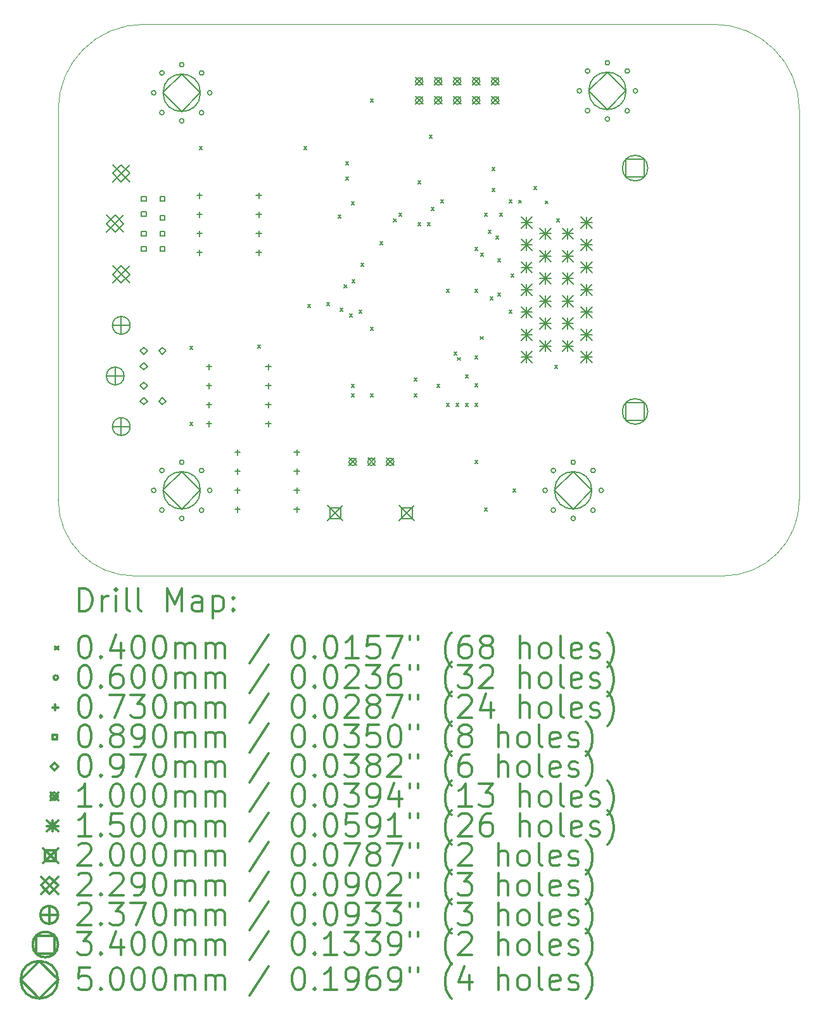
<source format=gbr>
%FSLAX45Y45*%
G04 Gerber Fmt 4.5, Leading zero omitted, Abs format (unit mm)*
G04 Created by KiCad (PCBNEW (5.1.10)-1) date 2022-05-04 21:28:51*
%MOMM*%
%LPD*%
G01*
G04 APERTURE LIST*
%TA.AperFunction,Profile*%
%ADD10C,0.050000*%
%TD*%
%ADD11C,0.200000*%
%ADD12C,0.300000*%
G04 APERTURE END LIST*
D10*
X10795000Y-9017000D02*
X2921000Y-9017000D01*
X10668000Y-1651000D02*
X9398000Y-1651000D01*
X3048000Y-1651000D02*
X9398000Y-1651000D01*
X11811000Y-2794000D02*
X11811000Y-8001000D01*
X11811000Y-8001000D02*
G75*
G02*
X10795000Y-9017000I-1016000J0D01*
G01*
X10668000Y-1651000D02*
G75*
G02*
X11811000Y-2794000I0J-1143000D01*
G01*
X1905000Y-8001000D02*
X1905000Y-2794000D01*
X2921000Y-9017000D02*
G75*
G02*
X1905000Y-8001000I0J1016000D01*
G01*
X1905000Y-2794000D02*
G75*
G02*
X3048000Y-1651000I1143000J0D01*
G01*
D11*
X3663000Y-5949000D02*
X3703000Y-5989000D01*
X3703000Y-5949000D02*
X3663000Y-5989000D01*
X3663000Y-6965000D02*
X3703000Y-7005000D01*
X3703000Y-6965000D02*
X3663000Y-7005000D01*
X3790000Y-3282000D02*
X3830000Y-3322000D01*
X3830000Y-3282000D02*
X3790000Y-3322000D01*
X4569750Y-5931250D02*
X4609750Y-5971250D01*
X4609750Y-5931250D02*
X4569750Y-5971250D01*
X5187000Y-3282000D02*
X5227000Y-3322000D01*
X5227000Y-3282000D02*
X5187000Y-3322000D01*
X5237800Y-5390200D02*
X5277800Y-5430200D01*
X5277800Y-5390200D02*
X5237800Y-5430200D01*
X5491800Y-5364800D02*
X5531800Y-5404800D01*
X5531800Y-5364800D02*
X5491800Y-5404800D01*
X5644200Y-4196400D02*
X5684200Y-4236400D01*
X5684200Y-4196400D02*
X5644200Y-4236400D01*
X5669600Y-5441000D02*
X5709600Y-5481000D01*
X5709600Y-5441000D02*
X5669600Y-5481000D01*
X5725000Y-5130000D02*
X5765000Y-5170000D01*
X5765000Y-5130000D02*
X5725000Y-5170000D01*
X5745800Y-3485200D02*
X5785800Y-3525200D01*
X5785800Y-3485200D02*
X5745800Y-3525200D01*
X5745800Y-3688400D02*
X5785800Y-3728400D01*
X5785800Y-3688400D02*
X5745800Y-3728400D01*
X5796600Y-5517200D02*
X5836600Y-5557200D01*
X5836600Y-5517200D02*
X5796600Y-5557200D01*
X5822000Y-4018600D02*
X5862000Y-4058600D01*
X5862000Y-4018600D02*
X5822000Y-4058600D01*
X5822000Y-6457000D02*
X5862000Y-6497000D01*
X5862000Y-6457000D02*
X5822000Y-6497000D01*
X5822000Y-6584000D02*
X5862000Y-6624000D01*
X5862000Y-6584000D02*
X5822000Y-6624000D01*
X5831255Y-5060000D02*
X5871255Y-5100000D01*
X5871255Y-5060000D02*
X5831255Y-5100000D01*
X5923600Y-5466400D02*
X5963600Y-5506400D01*
X5963600Y-5466400D02*
X5923600Y-5506400D01*
X5949000Y-4842474D02*
X5989000Y-4882474D01*
X5989000Y-4842474D02*
X5949000Y-4882474D01*
X6076000Y-2647000D02*
X6116000Y-2687000D01*
X6116000Y-2647000D02*
X6076000Y-2687000D01*
X6076000Y-5695000D02*
X6116000Y-5735000D01*
X6116000Y-5695000D02*
X6076000Y-5735000D01*
X6076000Y-6584000D02*
X6116000Y-6624000D01*
X6116000Y-6584000D02*
X6076000Y-6624000D01*
X6203000Y-4552000D02*
X6243000Y-4592000D01*
X6243000Y-4552000D02*
X6203000Y-4592000D01*
X6385092Y-4246000D02*
X6425092Y-4286000D01*
X6425092Y-4246000D02*
X6385092Y-4286000D01*
X6457000Y-4171000D02*
X6497000Y-4211000D01*
X6497000Y-4171000D02*
X6457000Y-4211000D01*
X6660200Y-6376200D02*
X6700200Y-6416200D01*
X6700200Y-6376200D02*
X6660200Y-6416200D01*
X6660200Y-6584000D02*
X6700200Y-6624000D01*
X6700200Y-6584000D02*
X6660200Y-6624000D01*
X6711000Y-3739200D02*
X6751000Y-3779200D01*
X6751000Y-3739200D02*
X6711000Y-3779200D01*
X6711000Y-4298000D02*
X6751000Y-4338000D01*
X6751000Y-4298000D02*
X6711000Y-4338000D01*
X6838000Y-4298000D02*
X6878000Y-4338000D01*
X6878000Y-4298000D02*
X6838000Y-4338000D01*
X6863400Y-3129600D02*
X6903400Y-3169600D01*
X6903400Y-3129600D02*
X6863400Y-3169600D01*
X6888800Y-4094800D02*
X6928800Y-4134800D01*
X6928800Y-4094800D02*
X6888800Y-4134800D01*
X6965000Y-6457000D02*
X7005000Y-6497000D01*
X7005000Y-6457000D02*
X6965000Y-6497000D01*
X7015800Y-3993200D02*
X7055800Y-4033200D01*
X7055800Y-3993200D02*
X7015800Y-4033200D01*
X7092000Y-5187000D02*
X7132000Y-5227000D01*
X7132000Y-5187000D02*
X7092000Y-5227000D01*
X7092000Y-6711000D02*
X7132000Y-6751000D01*
X7132000Y-6711000D02*
X7092000Y-6751000D01*
X7193600Y-6025200D02*
X7233600Y-6065200D01*
X7233600Y-6025200D02*
X7193600Y-6065200D01*
X7219000Y-6711000D02*
X7259000Y-6751000D01*
X7259000Y-6711000D02*
X7219000Y-6751000D01*
X7240702Y-6097702D02*
X7280702Y-6137702D01*
X7280702Y-6097702D02*
X7240702Y-6137702D01*
X7346000Y-6330000D02*
X7386000Y-6370000D01*
X7386000Y-6330000D02*
X7346000Y-6370000D01*
X7346000Y-6711000D02*
X7386000Y-6751000D01*
X7386000Y-6711000D02*
X7346000Y-6751000D01*
X7473000Y-4628200D02*
X7513000Y-4668200D01*
X7513000Y-4628200D02*
X7473000Y-4668200D01*
X7473000Y-5187000D02*
X7513000Y-5227000D01*
X7513000Y-5187000D02*
X7473000Y-5227000D01*
X7473000Y-6076000D02*
X7513000Y-6116000D01*
X7513000Y-6076000D02*
X7473000Y-6116000D01*
X7473000Y-6449200D02*
X7513000Y-6489200D01*
X7513000Y-6449200D02*
X7473000Y-6489200D01*
X7473000Y-6711000D02*
X7513000Y-6751000D01*
X7513000Y-6711000D02*
X7473000Y-6751000D01*
X7473000Y-7473000D02*
X7513000Y-7513000D01*
X7513000Y-7473000D02*
X7473000Y-7513000D01*
X7546967Y-5819767D02*
X7586967Y-5859767D01*
X7586967Y-5819767D02*
X7546967Y-5859767D01*
X7549200Y-4704400D02*
X7589200Y-4744400D01*
X7589200Y-4704400D02*
X7549200Y-4744400D01*
X7600000Y-4171000D02*
X7640000Y-4211000D01*
X7640000Y-4171000D02*
X7600000Y-4211000D01*
X7600000Y-8108000D02*
X7640000Y-8148000D01*
X7640000Y-8108000D02*
X7600000Y-8148000D01*
X7650800Y-4399600D02*
X7690800Y-4439600D01*
X7690800Y-4399600D02*
X7650800Y-4439600D01*
X7676200Y-5288600D02*
X7716200Y-5328600D01*
X7716200Y-5288600D02*
X7676200Y-5328600D01*
X7701600Y-3561400D02*
X7741600Y-3601400D01*
X7741600Y-3561400D02*
X7701600Y-3601400D01*
X7701600Y-3840800D02*
X7741600Y-3880800D01*
X7741600Y-3840800D02*
X7701600Y-3880800D01*
X7752400Y-4475800D02*
X7792400Y-4515800D01*
X7792400Y-4475800D02*
X7752400Y-4515800D01*
X7777800Y-5237800D02*
X7817800Y-5277800D01*
X7817800Y-5237800D02*
X7777800Y-5277800D01*
X7779000Y-4780600D02*
X7819000Y-4820600D01*
X7819000Y-4780600D02*
X7779000Y-4820600D01*
X7803200Y-4171000D02*
X7843200Y-4211000D01*
X7843200Y-4171000D02*
X7803200Y-4211000D01*
X7930200Y-3993200D02*
X7970200Y-4033200D01*
X7970200Y-3993200D02*
X7930200Y-4033200D01*
X7930200Y-5466400D02*
X7970200Y-5506400D01*
X7970200Y-5466400D02*
X7930200Y-5506400D01*
X7955600Y-4983800D02*
X7995600Y-5023800D01*
X7995600Y-4983800D02*
X7955600Y-5023800D01*
X7981000Y-7854000D02*
X8021000Y-7894000D01*
X8021000Y-7854000D02*
X7981000Y-7894000D01*
X8057200Y-4000099D02*
X8097200Y-4040099D01*
X8097200Y-4000099D02*
X8057200Y-4040099D01*
X8260400Y-3815400D02*
X8300400Y-3855400D01*
X8300400Y-3815400D02*
X8260400Y-3855400D01*
X8412800Y-4008500D02*
X8452800Y-4048500D01*
X8452800Y-4008500D02*
X8412800Y-4048500D01*
X8539800Y-6203000D02*
X8579800Y-6243000D01*
X8579800Y-6203000D02*
X8539800Y-6243000D01*
X8565200Y-4247200D02*
X8605200Y-4287200D01*
X8605200Y-4247200D02*
X8565200Y-4287200D01*
X3211000Y-2565400D02*
G75*
G03*
X3211000Y-2565400I-30000J0D01*
G01*
X3211000Y-7874000D02*
G75*
G03*
X3211000Y-7874000I-30000J0D01*
G01*
X3320835Y-2300235D02*
G75*
G03*
X3320835Y-2300235I-30000J0D01*
G01*
X3320835Y-2830565D02*
G75*
G03*
X3320835Y-2830565I-30000J0D01*
G01*
X3320835Y-7608835D02*
G75*
G03*
X3320835Y-7608835I-30000J0D01*
G01*
X3320835Y-8139165D02*
G75*
G03*
X3320835Y-8139165I-30000J0D01*
G01*
X3586000Y-2190400D02*
G75*
G03*
X3586000Y-2190400I-30000J0D01*
G01*
X3586000Y-2940400D02*
G75*
G03*
X3586000Y-2940400I-30000J0D01*
G01*
X3586000Y-7499000D02*
G75*
G03*
X3586000Y-7499000I-30000J0D01*
G01*
X3586000Y-8249000D02*
G75*
G03*
X3586000Y-8249000I-30000J0D01*
G01*
X3851165Y-2300235D02*
G75*
G03*
X3851165Y-2300235I-30000J0D01*
G01*
X3851165Y-2830565D02*
G75*
G03*
X3851165Y-2830565I-30000J0D01*
G01*
X3851165Y-7608835D02*
G75*
G03*
X3851165Y-7608835I-30000J0D01*
G01*
X3851165Y-8139165D02*
G75*
G03*
X3851165Y-8139165I-30000J0D01*
G01*
X3961000Y-2565400D02*
G75*
G03*
X3961000Y-2565400I-30000J0D01*
G01*
X3961000Y-7874000D02*
G75*
G03*
X3961000Y-7874000I-30000J0D01*
G01*
X8443400Y-7874000D02*
G75*
G03*
X8443400Y-7874000I-30000J0D01*
G01*
X8553235Y-7608835D02*
G75*
G03*
X8553235Y-7608835I-30000J0D01*
G01*
X8553235Y-8139165D02*
G75*
G03*
X8553235Y-8139165I-30000J0D01*
G01*
X8818400Y-7499000D02*
G75*
G03*
X8818400Y-7499000I-30000J0D01*
G01*
X8818400Y-8249000D02*
G75*
G03*
X8818400Y-8249000I-30000J0D01*
G01*
X8900600Y-2540000D02*
G75*
G03*
X8900600Y-2540000I-30000J0D01*
G01*
X9010435Y-2274835D02*
G75*
G03*
X9010435Y-2274835I-30000J0D01*
G01*
X9010435Y-2805165D02*
G75*
G03*
X9010435Y-2805165I-30000J0D01*
G01*
X9083565Y-7608835D02*
G75*
G03*
X9083565Y-7608835I-30000J0D01*
G01*
X9083565Y-8139165D02*
G75*
G03*
X9083565Y-8139165I-30000J0D01*
G01*
X9193400Y-7874000D02*
G75*
G03*
X9193400Y-7874000I-30000J0D01*
G01*
X9275600Y-2165000D02*
G75*
G03*
X9275600Y-2165000I-30000J0D01*
G01*
X9275600Y-2915000D02*
G75*
G03*
X9275600Y-2915000I-30000J0D01*
G01*
X9540765Y-2274835D02*
G75*
G03*
X9540765Y-2274835I-30000J0D01*
G01*
X9540765Y-2805165D02*
G75*
G03*
X9540765Y-2805165I-30000J0D01*
G01*
X9650600Y-2540000D02*
G75*
G03*
X9650600Y-2540000I-30000J0D01*
G01*
X3794000Y-3900500D02*
X3794000Y-3973500D01*
X3757500Y-3937000D02*
X3830500Y-3937000D01*
X3794000Y-4154500D02*
X3794000Y-4227500D01*
X3757500Y-4191000D02*
X3830500Y-4191000D01*
X3794000Y-4408500D02*
X3794000Y-4481500D01*
X3757500Y-4445000D02*
X3830500Y-4445000D01*
X3794000Y-4662500D02*
X3794000Y-4735500D01*
X3757500Y-4699000D02*
X3830500Y-4699000D01*
X3921000Y-6186500D02*
X3921000Y-6259500D01*
X3884500Y-6223000D02*
X3957500Y-6223000D01*
X3921000Y-6440500D02*
X3921000Y-6513500D01*
X3884500Y-6477000D02*
X3957500Y-6477000D01*
X3921000Y-6694500D02*
X3921000Y-6767500D01*
X3884500Y-6731000D02*
X3957500Y-6731000D01*
X3921000Y-6948500D02*
X3921000Y-7021500D01*
X3884500Y-6985000D02*
X3957500Y-6985000D01*
X4302000Y-7329500D02*
X4302000Y-7402500D01*
X4265500Y-7366000D02*
X4338500Y-7366000D01*
X4302000Y-7583500D02*
X4302000Y-7656500D01*
X4265500Y-7620000D02*
X4338500Y-7620000D01*
X4302000Y-7837500D02*
X4302000Y-7910500D01*
X4265500Y-7874000D02*
X4338500Y-7874000D01*
X4302000Y-8091500D02*
X4302000Y-8164500D01*
X4265500Y-8128000D02*
X4338500Y-8128000D01*
X4588000Y-3900500D02*
X4588000Y-3973500D01*
X4551500Y-3937000D02*
X4624500Y-3937000D01*
X4588000Y-4154500D02*
X4588000Y-4227500D01*
X4551500Y-4191000D02*
X4624500Y-4191000D01*
X4588000Y-4408500D02*
X4588000Y-4481500D01*
X4551500Y-4445000D02*
X4624500Y-4445000D01*
X4588000Y-4662500D02*
X4588000Y-4735500D01*
X4551500Y-4699000D02*
X4624500Y-4699000D01*
X4715000Y-6186500D02*
X4715000Y-6259500D01*
X4678500Y-6223000D02*
X4751500Y-6223000D01*
X4715000Y-6440500D02*
X4715000Y-6513500D01*
X4678500Y-6477000D02*
X4751500Y-6477000D01*
X4715000Y-6694500D02*
X4715000Y-6767500D01*
X4678500Y-6731000D02*
X4751500Y-6731000D01*
X4715000Y-6948500D02*
X4715000Y-7021500D01*
X4678500Y-6985000D02*
X4751500Y-6985000D01*
X5096000Y-7329500D02*
X5096000Y-7402500D01*
X5059500Y-7366000D02*
X5132500Y-7366000D01*
X5096000Y-7583500D02*
X5096000Y-7656500D01*
X5059500Y-7620000D02*
X5132500Y-7620000D01*
X5096000Y-7837500D02*
X5096000Y-7910500D01*
X5059500Y-7874000D02*
X5132500Y-7874000D01*
X5096000Y-8091500D02*
X5096000Y-8164500D01*
X5059500Y-8128000D02*
X5132500Y-8128000D01*
X3079467Y-4011467D02*
X3079467Y-3948533D01*
X3016533Y-3948533D01*
X3016533Y-4011467D01*
X3079467Y-4011467D01*
X3079467Y-4216467D02*
X3079467Y-4153533D01*
X3016533Y-4153533D01*
X3016533Y-4216467D01*
X3079467Y-4216467D01*
X3079467Y-4476467D02*
X3079467Y-4413533D01*
X3016533Y-4413533D01*
X3016533Y-4476467D01*
X3079467Y-4476467D01*
X3079467Y-4681467D02*
X3079467Y-4618533D01*
X3016533Y-4618533D01*
X3016533Y-4681467D01*
X3079467Y-4681467D01*
X3328467Y-4011467D02*
X3328467Y-3948533D01*
X3265533Y-3948533D01*
X3265533Y-4011467D01*
X3328467Y-4011467D01*
X3328467Y-4265467D02*
X3328467Y-4202533D01*
X3265533Y-4202533D01*
X3265533Y-4265467D01*
X3328467Y-4265467D01*
X3328467Y-4476467D02*
X3328467Y-4413533D01*
X3265533Y-4413533D01*
X3265533Y-4476467D01*
X3328467Y-4476467D01*
X3328467Y-4681467D02*
X3328467Y-4618533D01*
X3265533Y-4618533D01*
X3265533Y-4681467D01*
X3328467Y-4681467D01*
X3048000Y-6060500D02*
X3096500Y-6012000D01*
X3048000Y-5963500D01*
X2999500Y-6012000D01*
X3048000Y-6060500D01*
X3048000Y-6265500D02*
X3096500Y-6217000D01*
X3048000Y-6168500D01*
X2999500Y-6217000D01*
X3048000Y-6265500D01*
X3048000Y-6525500D02*
X3096500Y-6477000D01*
X3048000Y-6428500D01*
X2999500Y-6477000D01*
X3048000Y-6525500D01*
X3048000Y-6730500D02*
X3096500Y-6682000D01*
X3048000Y-6633500D01*
X2999500Y-6682000D01*
X3048000Y-6730500D01*
X3297000Y-6060500D02*
X3345500Y-6012000D01*
X3297000Y-5963500D01*
X3248500Y-6012000D01*
X3297000Y-6060500D01*
X3297000Y-6730500D02*
X3345500Y-6682000D01*
X3297000Y-6633500D01*
X3248500Y-6682000D01*
X3297000Y-6730500D01*
X5792000Y-7443000D02*
X5892000Y-7543000D01*
X5892000Y-7443000D02*
X5792000Y-7543000D01*
X5892000Y-7493000D02*
G75*
G03*
X5892000Y-7493000I-50000J0D01*
G01*
X6042000Y-7443000D02*
X6142000Y-7543000D01*
X6142000Y-7443000D02*
X6042000Y-7543000D01*
X6142000Y-7493000D02*
G75*
G03*
X6142000Y-7493000I-50000J0D01*
G01*
X6292000Y-7443000D02*
X6392000Y-7543000D01*
X6392000Y-7443000D02*
X6292000Y-7543000D01*
X6392000Y-7493000D02*
G75*
G03*
X6392000Y-7493000I-50000J0D01*
G01*
X6681000Y-2363000D02*
X6781000Y-2463000D01*
X6781000Y-2363000D02*
X6681000Y-2463000D01*
X6781000Y-2413000D02*
G75*
G03*
X6781000Y-2413000I-50000J0D01*
G01*
X6681000Y-2617000D02*
X6781000Y-2717000D01*
X6781000Y-2617000D02*
X6681000Y-2717000D01*
X6781000Y-2667000D02*
G75*
G03*
X6781000Y-2667000I-50000J0D01*
G01*
X6935000Y-2363000D02*
X7035000Y-2463000D01*
X7035000Y-2363000D02*
X6935000Y-2463000D01*
X7035000Y-2413000D02*
G75*
G03*
X7035000Y-2413000I-50000J0D01*
G01*
X6935000Y-2617000D02*
X7035000Y-2717000D01*
X7035000Y-2617000D02*
X6935000Y-2717000D01*
X7035000Y-2667000D02*
G75*
G03*
X7035000Y-2667000I-50000J0D01*
G01*
X7189000Y-2363000D02*
X7289000Y-2463000D01*
X7289000Y-2363000D02*
X7189000Y-2463000D01*
X7289000Y-2413000D02*
G75*
G03*
X7289000Y-2413000I-50000J0D01*
G01*
X7189000Y-2617000D02*
X7289000Y-2717000D01*
X7289000Y-2617000D02*
X7189000Y-2717000D01*
X7289000Y-2667000D02*
G75*
G03*
X7289000Y-2667000I-50000J0D01*
G01*
X7443000Y-2363000D02*
X7543000Y-2463000D01*
X7543000Y-2363000D02*
X7443000Y-2463000D01*
X7543000Y-2413000D02*
G75*
G03*
X7543000Y-2413000I-50000J0D01*
G01*
X7443000Y-2617000D02*
X7543000Y-2717000D01*
X7543000Y-2617000D02*
X7443000Y-2717000D01*
X7543000Y-2667000D02*
G75*
G03*
X7543000Y-2667000I-50000J0D01*
G01*
X7697000Y-2363000D02*
X7797000Y-2463000D01*
X7797000Y-2363000D02*
X7697000Y-2463000D01*
X7797000Y-2413000D02*
G75*
G03*
X7797000Y-2413000I-50000J0D01*
G01*
X7697000Y-2617000D02*
X7797000Y-2717000D01*
X7797000Y-2617000D02*
X7697000Y-2717000D01*
X7797000Y-2667000D02*
G75*
G03*
X7797000Y-2667000I-50000J0D01*
G01*
X8091200Y-4221000D02*
X8241200Y-4371000D01*
X8241200Y-4221000D02*
X8091200Y-4371000D01*
X8166200Y-4221000D02*
X8166200Y-4371000D01*
X8091200Y-4296000D02*
X8241200Y-4296000D01*
X8091200Y-4521000D02*
X8241200Y-4671000D01*
X8241200Y-4521000D02*
X8091200Y-4671000D01*
X8166200Y-4521000D02*
X8166200Y-4671000D01*
X8091200Y-4596000D02*
X8241200Y-4596000D01*
X8091200Y-4821000D02*
X8241200Y-4971000D01*
X8241200Y-4821000D02*
X8091200Y-4971000D01*
X8166200Y-4821000D02*
X8166200Y-4971000D01*
X8091200Y-4896000D02*
X8241200Y-4896000D01*
X8091200Y-5121000D02*
X8241200Y-5271000D01*
X8241200Y-5121000D02*
X8091200Y-5271000D01*
X8166200Y-5121000D02*
X8166200Y-5271000D01*
X8091200Y-5196000D02*
X8241200Y-5196000D01*
X8091200Y-5421000D02*
X8241200Y-5571000D01*
X8241200Y-5421000D02*
X8091200Y-5571000D01*
X8166200Y-5421000D02*
X8166200Y-5571000D01*
X8091200Y-5496000D02*
X8241200Y-5496000D01*
X8091200Y-5721000D02*
X8241200Y-5871000D01*
X8241200Y-5721000D02*
X8091200Y-5871000D01*
X8166200Y-5721000D02*
X8166200Y-5871000D01*
X8091200Y-5796000D02*
X8241200Y-5796000D01*
X8091200Y-6021000D02*
X8241200Y-6171000D01*
X8241200Y-6021000D02*
X8091200Y-6171000D01*
X8166200Y-6021000D02*
X8166200Y-6171000D01*
X8091200Y-6096000D02*
X8241200Y-6096000D01*
X8341200Y-4371000D02*
X8491200Y-4521000D01*
X8491200Y-4371000D02*
X8341200Y-4521000D01*
X8416200Y-4371000D02*
X8416200Y-4521000D01*
X8341200Y-4446000D02*
X8491200Y-4446000D01*
X8341200Y-4671000D02*
X8491200Y-4821000D01*
X8491200Y-4671000D02*
X8341200Y-4821000D01*
X8416200Y-4671000D02*
X8416200Y-4821000D01*
X8341200Y-4746000D02*
X8491200Y-4746000D01*
X8341200Y-4971000D02*
X8491200Y-5121000D01*
X8491200Y-4971000D02*
X8341200Y-5121000D01*
X8416200Y-4971000D02*
X8416200Y-5121000D01*
X8341200Y-5046000D02*
X8491200Y-5046000D01*
X8341200Y-5271000D02*
X8491200Y-5421000D01*
X8491200Y-5271000D02*
X8341200Y-5421000D01*
X8416200Y-5271000D02*
X8416200Y-5421000D01*
X8341200Y-5346000D02*
X8491200Y-5346000D01*
X8341200Y-5571000D02*
X8491200Y-5721000D01*
X8491200Y-5571000D02*
X8341200Y-5721000D01*
X8416200Y-5571000D02*
X8416200Y-5721000D01*
X8341200Y-5646000D02*
X8491200Y-5646000D01*
X8341200Y-5871000D02*
X8491200Y-6021000D01*
X8491200Y-5871000D02*
X8341200Y-6021000D01*
X8416200Y-5871000D02*
X8416200Y-6021000D01*
X8341200Y-5946000D02*
X8491200Y-5946000D01*
X8641200Y-4371000D02*
X8791200Y-4521000D01*
X8791200Y-4371000D02*
X8641200Y-4521000D01*
X8716200Y-4371000D02*
X8716200Y-4521000D01*
X8641200Y-4446000D02*
X8791200Y-4446000D01*
X8641200Y-4671000D02*
X8791200Y-4821000D01*
X8791200Y-4671000D02*
X8641200Y-4821000D01*
X8716200Y-4671000D02*
X8716200Y-4821000D01*
X8641200Y-4746000D02*
X8791200Y-4746000D01*
X8641200Y-4971000D02*
X8791200Y-5121000D01*
X8791200Y-4971000D02*
X8641200Y-5121000D01*
X8716200Y-4971000D02*
X8716200Y-5121000D01*
X8641200Y-5046000D02*
X8791200Y-5046000D01*
X8641200Y-5271000D02*
X8791200Y-5421000D01*
X8791200Y-5271000D02*
X8641200Y-5421000D01*
X8716200Y-5271000D02*
X8716200Y-5421000D01*
X8641200Y-5346000D02*
X8791200Y-5346000D01*
X8641200Y-5571000D02*
X8791200Y-5721000D01*
X8791200Y-5571000D02*
X8641200Y-5721000D01*
X8716200Y-5571000D02*
X8716200Y-5721000D01*
X8641200Y-5646000D02*
X8791200Y-5646000D01*
X8641200Y-5871000D02*
X8791200Y-6021000D01*
X8791200Y-5871000D02*
X8641200Y-6021000D01*
X8716200Y-5871000D02*
X8716200Y-6021000D01*
X8641200Y-5946000D02*
X8791200Y-5946000D01*
X8891200Y-4221000D02*
X9041200Y-4371000D01*
X9041200Y-4221000D02*
X8891200Y-4371000D01*
X8966200Y-4221000D02*
X8966200Y-4371000D01*
X8891200Y-4296000D02*
X9041200Y-4296000D01*
X8891200Y-4521000D02*
X9041200Y-4671000D01*
X9041200Y-4521000D02*
X8891200Y-4671000D01*
X8966200Y-4521000D02*
X8966200Y-4671000D01*
X8891200Y-4596000D02*
X9041200Y-4596000D01*
X8891200Y-4821000D02*
X9041200Y-4971000D01*
X9041200Y-4821000D02*
X8891200Y-4971000D01*
X8966200Y-4821000D02*
X8966200Y-4971000D01*
X8891200Y-4896000D02*
X9041200Y-4896000D01*
X8891200Y-5121000D02*
X9041200Y-5271000D01*
X9041200Y-5121000D02*
X8891200Y-5271000D01*
X8966200Y-5121000D02*
X8966200Y-5271000D01*
X8891200Y-5196000D02*
X9041200Y-5196000D01*
X8891200Y-5421000D02*
X9041200Y-5571000D01*
X9041200Y-5421000D02*
X8891200Y-5571000D01*
X8966200Y-5421000D02*
X8966200Y-5571000D01*
X8891200Y-5496000D02*
X9041200Y-5496000D01*
X8891200Y-5721000D02*
X9041200Y-5871000D01*
X9041200Y-5721000D02*
X8891200Y-5871000D01*
X8966200Y-5721000D02*
X8966200Y-5871000D01*
X8891200Y-5796000D02*
X9041200Y-5796000D01*
X8891200Y-6021000D02*
X9041200Y-6171000D01*
X9041200Y-6021000D02*
X8891200Y-6171000D01*
X8966200Y-6021000D02*
X8966200Y-6171000D01*
X8891200Y-6096000D02*
X9041200Y-6096000D01*
X5507000Y-8078000D02*
X5707000Y-8278000D01*
X5707000Y-8078000D02*
X5507000Y-8278000D01*
X5677711Y-8248711D02*
X5677711Y-8107289D01*
X5536289Y-8107289D01*
X5536289Y-8248711D01*
X5677711Y-8248711D01*
X6464000Y-8078000D02*
X6664000Y-8278000D01*
X6664000Y-8078000D02*
X6464000Y-8278000D01*
X6634711Y-8248711D02*
X6634711Y-8107289D01*
X6493289Y-8107289D01*
X6493289Y-8248711D01*
X6634711Y-8248711D01*
X2552500Y-4200500D02*
X2781500Y-4429500D01*
X2781500Y-4200500D02*
X2552500Y-4429500D01*
X2667000Y-4429500D02*
X2781500Y-4315000D01*
X2667000Y-4200500D01*
X2552500Y-4315000D01*
X2667000Y-4429500D01*
X2633500Y-3524500D02*
X2862500Y-3753500D01*
X2862500Y-3524500D02*
X2633500Y-3753500D01*
X2748000Y-3753500D02*
X2862500Y-3639000D01*
X2748000Y-3524500D01*
X2633500Y-3639000D01*
X2748000Y-3753500D01*
X2633500Y-4876500D02*
X2862500Y-5105500D01*
X2862500Y-4876500D02*
X2633500Y-5105500D01*
X2748000Y-5105500D02*
X2862500Y-4991000D01*
X2748000Y-4876500D01*
X2633500Y-4991000D01*
X2748000Y-5105500D01*
X2667000Y-6228500D02*
X2667000Y-6465500D01*
X2548500Y-6347000D02*
X2785500Y-6347000D01*
X2785500Y-6347000D02*
G75*
G03*
X2785500Y-6347000I-118500J0D01*
G01*
X2748000Y-5552500D02*
X2748000Y-5789500D01*
X2629500Y-5671000D02*
X2866500Y-5671000D01*
X2866500Y-5671000D02*
G75*
G03*
X2866500Y-5671000I-118500J0D01*
G01*
X2748000Y-6904500D02*
X2748000Y-7141500D01*
X2629500Y-7023000D02*
X2866500Y-7023000D01*
X2866500Y-7023000D02*
G75*
G03*
X2866500Y-7023000I-118500J0D01*
G01*
X9736409Y-3691209D02*
X9736409Y-3450791D01*
X9495991Y-3450791D01*
X9495991Y-3691209D01*
X9736409Y-3691209D01*
X9786200Y-3571000D02*
G75*
G03*
X9786200Y-3571000I-170000J0D01*
G01*
X9736409Y-6941209D02*
X9736409Y-6700791D01*
X9495991Y-6700791D01*
X9495991Y-6941209D01*
X9736409Y-6941209D01*
X9786200Y-6821000D02*
G75*
G03*
X9786200Y-6821000I-170000J0D01*
G01*
X3556000Y-2815400D02*
X3806000Y-2565400D01*
X3556000Y-2315400D01*
X3306000Y-2565400D01*
X3556000Y-2815400D01*
X3806000Y-2565400D02*
G75*
G03*
X3806000Y-2565400I-250000J0D01*
G01*
X3556000Y-8124000D02*
X3806000Y-7874000D01*
X3556000Y-7624000D01*
X3306000Y-7874000D01*
X3556000Y-8124000D01*
X3806000Y-7874000D02*
G75*
G03*
X3806000Y-7874000I-250000J0D01*
G01*
X8788400Y-8124000D02*
X9038400Y-7874000D01*
X8788400Y-7624000D01*
X8538400Y-7874000D01*
X8788400Y-8124000D01*
X9038400Y-7874000D02*
G75*
G03*
X9038400Y-7874000I-250000J0D01*
G01*
X9245600Y-2790000D02*
X9495600Y-2540000D01*
X9245600Y-2290000D01*
X8995600Y-2540000D01*
X9245600Y-2790000D01*
X9495600Y-2540000D02*
G75*
G03*
X9495600Y-2540000I-250000J0D01*
G01*
D12*
X2188928Y-9485214D02*
X2188928Y-9185214D01*
X2260357Y-9185214D01*
X2303214Y-9199500D01*
X2331786Y-9228072D01*
X2346071Y-9256643D01*
X2360357Y-9313786D01*
X2360357Y-9356643D01*
X2346071Y-9413786D01*
X2331786Y-9442357D01*
X2303214Y-9470929D01*
X2260357Y-9485214D01*
X2188928Y-9485214D01*
X2488928Y-9485214D02*
X2488928Y-9285214D01*
X2488928Y-9342357D02*
X2503214Y-9313786D01*
X2517500Y-9299500D01*
X2546071Y-9285214D01*
X2574643Y-9285214D01*
X2674643Y-9485214D02*
X2674643Y-9285214D01*
X2674643Y-9185214D02*
X2660357Y-9199500D01*
X2674643Y-9213786D01*
X2688928Y-9199500D01*
X2674643Y-9185214D01*
X2674643Y-9213786D01*
X2860357Y-9485214D02*
X2831786Y-9470929D01*
X2817500Y-9442357D01*
X2817500Y-9185214D01*
X3017500Y-9485214D02*
X2988928Y-9470929D01*
X2974643Y-9442357D01*
X2974643Y-9185214D01*
X3360357Y-9485214D02*
X3360357Y-9185214D01*
X3460357Y-9399500D01*
X3560357Y-9185214D01*
X3560357Y-9485214D01*
X3831786Y-9485214D02*
X3831786Y-9328072D01*
X3817500Y-9299500D01*
X3788928Y-9285214D01*
X3731786Y-9285214D01*
X3703214Y-9299500D01*
X3831786Y-9470929D02*
X3803214Y-9485214D01*
X3731786Y-9485214D01*
X3703214Y-9470929D01*
X3688928Y-9442357D01*
X3688928Y-9413786D01*
X3703214Y-9385214D01*
X3731786Y-9370929D01*
X3803214Y-9370929D01*
X3831786Y-9356643D01*
X3974643Y-9285214D02*
X3974643Y-9585214D01*
X3974643Y-9299500D02*
X4003214Y-9285214D01*
X4060357Y-9285214D01*
X4088928Y-9299500D01*
X4103214Y-9313786D01*
X4117500Y-9342357D01*
X4117500Y-9428072D01*
X4103214Y-9456643D01*
X4088928Y-9470929D01*
X4060357Y-9485214D01*
X4003214Y-9485214D01*
X3974643Y-9470929D01*
X4246071Y-9456643D02*
X4260357Y-9470929D01*
X4246071Y-9485214D01*
X4231786Y-9470929D01*
X4246071Y-9456643D01*
X4246071Y-9485214D01*
X4246071Y-9299500D02*
X4260357Y-9313786D01*
X4246071Y-9328072D01*
X4231786Y-9313786D01*
X4246071Y-9299500D01*
X4246071Y-9328072D01*
X1862500Y-9959500D02*
X1902500Y-9999500D01*
X1902500Y-9959500D02*
X1862500Y-9999500D01*
X2246071Y-9815214D02*
X2274643Y-9815214D01*
X2303214Y-9829500D01*
X2317500Y-9843786D01*
X2331786Y-9872357D01*
X2346071Y-9929500D01*
X2346071Y-10000929D01*
X2331786Y-10058072D01*
X2317500Y-10086643D01*
X2303214Y-10100929D01*
X2274643Y-10115214D01*
X2246071Y-10115214D01*
X2217500Y-10100929D01*
X2203214Y-10086643D01*
X2188928Y-10058072D01*
X2174643Y-10000929D01*
X2174643Y-9929500D01*
X2188928Y-9872357D01*
X2203214Y-9843786D01*
X2217500Y-9829500D01*
X2246071Y-9815214D01*
X2474643Y-10086643D02*
X2488928Y-10100929D01*
X2474643Y-10115214D01*
X2460357Y-10100929D01*
X2474643Y-10086643D01*
X2474643Y-10115214D01*
X2746071Y-9915214D02*
X2746071Y-10115214D01*
X2674643Y-9800929D02*
X2603214Y-10015214D01*
X2788928Y-10015214D01*
X2960357Y-9815214D02*
X2988928Y-9815214D01*
X3017500Y-9829500D01*
X3031786Y-9843786D01*
X3046071Y-9872357D01*
X3060357Y-9929500D01*
X3060357Y-10000929D01*
X3046071Y-10058072D01*
X3031786Y-10086643D01*
X3017500Y-10100929D01*
X2988928Y-10115214D01*
X2960357Y-10115214D01*
X2931786Y-10100929D01*
X2917500Y-10086643D01*
X2903214Y-10058072D01*
X2888928Y-10000929D01*
X2888928Y-9929500D01*
X2903214Y-9872357D01*
X2917500Y-9843786D01*
X2931786Y-9829500D01*
X2960357Y-9815214D01*
X3246071Y-9815214D02*
X3274643Y-9815214D01*
X3303214Y-9829500D01*
X3317500Y-9843786D01*
X3331786Y-9872357D01*
X3346071Y-9929500D01*
X3346071Y-10000929D01*
X3331786Y-10058072D01*
X3317500Y-10086643D01*
X3303214Y-10100929D01*
X3274643Y-10115214D01*
X3246071Y-10115214D01*
X3217500Y-10100929D01*
X3203214Y-10086643D01*
X3188928Y-10058072D01*
X3174643Y-10000929D01*
X3174643Y-9929500D01*
X3188928Y-9872357D01*
X3203214Y-9843786D01*
X3217500Y-9829500D01*
X3246071Y-9815214D01*
X3474643Y-10115214D02*
X3474643Y-9915214D01*
X3474643Y-9943786D02*
X3488928Y-9929500D01*
X3517500Y-9915214D01*
X3560357Y-9915214D01*
X3588928Y-9929500D01*
X3603214Y-9958072D01*
X3603214Y-10115214D01*
X3603214Y-9958072D02*
X3617500Y-9929500D01*
X3646071Y-9915214D01*
X3688928Y-9915214D01*
X3717500Y-9929500D01*
X3731786Y-9958072D01*
X3731786Y-10115214D01*
X3874643Y-10115214D02*
X3874643Y-9915214D01*
X3874643Y-9943786D02*
X3888928Y-9929500D01*
X3917500Y-9915214D01*
X3960357Y-9915214D01*
X3988928Y-9929500D01*
X4003214Y-9958072D01*
X4003214Y-10115214D01*
X4003214Y-9958072D02*
X4017500Y-9929500D01*
X4046071Y-9915214D01*
X4088928Y-9915214D01*
X4117500Y-9929500D01*
X4131786Y-9958072D01*
X4131786Y-10115214D01*
X4717500Y-9800929D02*
X4460357Y-10186643D01*
X5103214Y-9815214D02*
X5131786Y-9815214D01*
X5160357Y-9829500D01*
X5174643Y-9843786D01*
X5188928Y-9872357D01*
X5203214Y-9929500D01*
X5203214Y-10000929D01*
X5188928Y-10058072D01*
X5174643Y-10086643D01*
X5160357Y-10100929D01*
X5131786Y-10115214D01*
X5103214Y-10115214D01*
X5074643Y-10100929D01*
X5060357Y-10086643D01*
X5046071Y-10058072D01*
X5031786Y-10000929D01*
X5031786Y-9929500D01*
X5046071Y-9872357D01*
X5060357Y-9843786D01*
X5074643Y-9829500D01*
X5103214Y-9815214D01*
X5331786Y-10086643D02*
X5346071Y-10100929D01*
X5331786Y-10115214D01*
X5317500Y-10100929D01*
X5331786Y-10086643D01*
X5331786Y-10115214D01*
X5531786Y-9815214D02*
X5560357Y-9815214D01*
X5588928Y-9829500D01*
X5603214Y-9843786D01*
X5617500Y-9872357D01*
X5631786Y-9929500D01*
X5631786Y-10000929D01*
X5617500Y-10058072D01*
X5603214Y-10086643D01*
X5588928Y-10100929D01*
X5560357Y-10115214D01*
X5531786Y-10115214D01*
X5503214Y-10100929D01*
X5488928Y-10086643D01*
X5474643Y-10058072D01*
X5460357Y-10000929D01*
X5460357Y-9929500D01*
X5474643Y-9872357D01*
X5488928Y-9843786D01*
X5503214Y-9829500D01*
X5531786Y-9815214D01*
X5917500Y-10115214D02*
X5746071Y-10115214D01*
X5831786Y-10115214D02*
X5831786Y-9815214D01*
X5803214Y-9858072D01*
X5774643Y-9886643D01*
X5746071Y-9900929D01*
X6188928Y-9815214D02*
X6046071Y-9815214D01*
X6031786Y-9958072D01*
X6046071Y-9943786D01*
X6074643Y-9929500D01*
X6146071Y-9929500D01*
X6174643Y-9943786D01*
X6188928Y-9958072D01*
X6203214Y-9986643D01*
X6203214Y-10058072D01*
X6188928Y-10086643D01*
X6174643Y-10100929D01*
X6146071Y-10115214D01*
X6074643Y-10115214D01*
X6046071Y-10100929D01*
X6031786Y-10086643D01*
X6303214Y-9815214D02*
X6503214Y-9815214D01*
X6374643Y-10115214D01*
X6603214Y-9815214D02*
X6603214Y-9872357D01*
X6717500Y-9815214D02*
X6717500Y-9872357D01*
X7160357Y-10229500D02*
X7146071Y-10215214D01*
X7117500Y-10172357D01*
X7103214Y-10143786D01*
X7088928Y-10100929D01*
X7074643Y-10029500D01*
X7074643Y-9972357D01*
X7088928Y-9900929D01*
X7103214Y-9858072D01*
X7117500Y-9829500D01*
X7146071Y-9786643D01*
X7160357Y-9772357D01*
X7403214Y-9815214D02*
X7346071Y-9815214D01*
X7317500Y-9829500D01*
X7303214Y-9843786D01*
X7274643Y-9886643D01*
X7260357Y-9943786D01*
X7260357Y-10058072D01*
X7274643Y-10086643D01*
X7288928Y-10100929D01*
X7317500Y-10115214D01*
X7374643Y-10115214D01*
X7403214Y-10100929D01*
X7417500Y-10086643D01*
X7431786Y-10058072D01*
X7431786Y-9986643D01*
X7417500Y-9958072D01*
X7403214Y-9943786D01*
X7374643Y-9929500D01*
X7317500Y-9929500D01*
X7288928Y-9943786D01*
X7274643Y-9958072D01*
X7260357Y-9986643D01*
X7603214Y-9943786D02*
X7574643Y-9929500D01*
X7560357Y-9915214D01*
X7546071Y-9886643D01*
X7546071Y-9872357D01*
X7560357Y-9843786D01*
X7574643Y-9829500D01*
X7603214Y-9815214D01*
X7660357Y-9815214D01*
X7688928Y-9829500D01*
X7703214Y-9843786D01*
X7717500Y-9872357D01*
X7717500Y-9886643D01*
X7703214Y-9915214D01*
X7688928Y-9929500D01*
X7660357Y-9943786D01*
X7603214Y-9943786D01*
X7574643Y-9958072D01*
X7560357Y-9972357D01*
X7546071Y-10000929D01*
X7546071Y-10058072D01*
X7560357Y-10086643D01*
X7574643Y-10100929D01*
X7603214Y-10115214D01*
X7660357Y-10115214D01*
X7688928Y-10100929D01*
X7703214Y-10086643D01*
X7717500Y-10058072D01*
X7717500Y-10000929D01*
X7703214Y-9972357D01*
X7688928Y-9958072D01*
X7660357Y-9943786D01*
X8074643Y-10115214D02*
X8074643Y-9815214D01*
X8203214Y-10115214D02*
X8203214Y-9958072D01*
X8188928Y-9929500D01*
X8160357Y-9915214D01*
X8117500Y-9915214D01*
X8088928Y-9929500D01*
X8074643Y-9943786D01*
X8388928Y-10115214D02*
X8360357Y-10100929D01*
X8346071Y-10086643D01*
X8331786Y-10058072D01*
X8331786Y-9972357D01*
X8346071Y-9943786D01*
X8360357Y-9929500D01*
X8388928Y-9915214D01*
X8431786Y-9915214D01*
X8460357Y-9929500D01*
X8474643Y-9943786D01*
X8488928Y-9972357D01*
X8488928Y-10058072D01*
X8474643Y-10086643D01*
X8460357Y-10100929D01*
X8431786Y-10115214D01*
X8388928Y-10115214D01*
X8660357Y-10115214D02*
X8631786Y-10100929D01*
X8617500Y-10072357D01*
X8617500Y-9815214D01*
X8888928Y-10100929D02*
X8860357Y-10115214D01*
X8803214Y-10115214D01*
X8774643Y-10100929D01*
X8760357Y-10072357D01*
X8760357Y-9958072D01*
X8774643Y-9929500D01*
X8803214Y-9915214D01*
X8860357Y-9915214D01*
X8888928Y-9929500D01*
X8903214Y-9958072D01*
X8903214Y-9986643D01*
X8760357Y-10015214D01*
X9017500Y-10100929D02*
X9046071Y-10115214D01*
X9103214Y-10115214D01*
X9131786Y-10100929D01*
X9146071Y-10072357D01*
X9146071Y-10058072D01*
X9131786Y-10029500D01*
X9103214Y-10015214D01*
X9060357Y-10015214D01*
X9031786Y-10000929D01*
X9017500Y-9972357D01*
X9017500Y-9958072D01*
X9031786Y-9929500D01*
X9060357Y-9915214D01*
X9103214Y-9915214D01*
X9131786Y-9929500D01*
X9246071Y-10229500D02*
X9260357Y-10215214D01*
X9288928Y-10172357D01*
X9303214Y-10143786D01*
X9317500Y-10100929D01*
X9331786Y-10029500D01*
X9331786Y-9972357D01*
X9317500Y-9900929D01*
X9303214Y-9858072D01*
X9288928Y-9829500D01*
X9260357Y-9786643D01*
X9246071Y-9772357D01*
X1902500Y-10375500D02*
G75*
G03*
X1902500Y-10375500I-30000J0D01*
G01*
X2246071Y-10211214D02*
X2274643Y-10211214D01*
X2303214Y-10225500D01*
X2317500Y-10239786D01*
X2331786Y-10268357D01*
X2346071Y-10325500D01*
X2346071Y-10396929D01*
X2331786Y-10454072D01*
X2317500Y-10482643D01*
X2303214Y-10496929D01*
X2274643Y-10511214D01*
X2246071Y-10511214D01*
X2217500Y-10496929D01*
X2203214Y-10482643D01*
X2188928Y-10454072D01*
X2174643Y-10396929D01*
X2174643Y-10325500D01*
X2188928Y-10268357D01*
X2203214Y-10239786D01*
X2217500Y-10225500D01*
X2246071Y-10211214D01*
X2474643Y-10482643D02*
X2488928Y-10496929D01*
X2474643Y-10511214D01*
X2460357Y-10496929D01*
X2474643Y-10482643D01*
X2474643Y-10511214D01*
X2746071Y-10211214D02*
X2688928Y-10211214D01*
X2660357Y-10225500D01*
X2646071Y-10239786D01*
X2617500Y-10282643D01*
X2603214Y-10339786D01*
X2603214Y-10454072D01*
X2617500Y-10482643D01*
X2631786Y-10496929D01*
X2660357Y-10511214D01*
X2717500Y-10511214D01*
X2746071Y-10496929D01*
X2760357Y-10482643D01*
X2774643Y-10454072D01*
X2774643Y-10382643D01*
X2760357Y-10354072D01*
X2746071Y-10339786D01*
X2717500Y-10325500D01*
X2660357Y-10325500D01*
X2631786Y-10339786D01*
X2617500Y-10354072D01*
X2603214Y-10382643D01*
X2960357Y-10211214D02*
X2988928Y-10211214D01*
X3017500Y-10225500D01*
X3031786Y-10239786D01*
X3046071Y-10268357D01*
X3060357Y-10325500D01*
X3060357Y-10396929D01*
X3046071Y-10454072D01*
X3031786Y-10482643D01*
X3017500Y-10496929D01*
X2988928Y-10511214D01*
X2960357Y-10511214D01*
X2931786Y-10496929D01*
X2917500Y-10482643D01*
X2903214Y-10454072D01*
X2888928Y-10396929D01*
X2888928Y-10325500D01*
X2903214Y-10268357D01*
X2917500Y-10239786D01*
X2931786Y-10225500D01*
X2960357Y-10211214D01*
X3246071Y-10211214D02*
X3274643Y-10211214D01*
X3303214Y-10225500D01*
X3317500Y-10239786D01*
X3331786Y-10268357D01*
X3346071Y-10325500D01*
X3346071Y-10396929D01*
X3331786Y-10454072D01*
X3317500Y-10482643D01*
X3303214Y-10496929D01*
X3274643Y-10511214D01*
X3246071Y-10511214D01*
X3217500Y-10496929D01*
X3203214Y-10482643D01*
X3188928Y-10454072D01*
X3174643Y-10396929D01*
X3174643Y-10325500D01*
X3188928Y-10268357D01*
X3203214Y-10239786D01*
X3217500Y-10225500D01*
X3246071Y-10211214D01*
X3474643Y-10511214D02*
X3474643Y-10311214D01*
X3474643Y-10339786D02*
X3488928Y-10325500D01*
X3517500Y-10311214D01*
X3560357Y-10311214D01*
X3588928Y-10325500D01*
X3603214Y-10354072D01*
X3603214Y-10511214D01*
X3603214Y-10354072D02*
X3617500Y-10325500D01*
X3646071Y-10311214D01*
X3688928Y-10311214D01*
X3717500Y-10325500D01*
X3731786Y-10354072D01*
X3731786Y-10511214D01*
X3874643Y-10511214D02*
X3874643Y-10311214D01*
X3874643Y-10339786D02*
X3888928Y-10325500D01*
X3917500Y-10311214D01*
X3960357Y-10311214D01*
X3988928Y-10325500D01*
X4003214Y-10354072D01*
X4003214Y-10511214D01*
X4003214Y-10354072D02*
X4017500Y-10325500D01*
X4046071Y-10311214D01*
X4088928Y-10311214D01*
X4117500Y-10325500D01*
X4131786Y-10354072D01*
X4131786Y-10511214D01*
X4717500Y-10196929D02*
X4460357Y-10582643D01*
X5103214Y-10211214D02*
X5131786Y-10211214D01*
X5160357Y-10225500D01*
X5174643Y-10239786D01*
X5188928Y-10268357D01*
X5203214Y-10325500D01*
X5203214Y-10396929D01*
X5188928Y-10454072D01*
X5174643Y-10482643D01*
X5160357Y-10496929D01*
X5131786Y-10511214D01*
X5103214Y-10511214D01*
X5074643Y-10496929D01*
X5060357Y-10482643D01*
X5046071Y-10454072D01*
X5031786Y-10396929D01*
X5031786Y-10325500D01*
X5046071Y-10268357D01*
X5060357Y-10239786D01*
X5074643Y-10225500D01*
X5103214Y-10211214D01*
X5331786Y-10482643D02*
X5346071Y-10496929D01*
X5331786Y-10511214D01*
X5317500Y-10496929D01*
X5331786Y-10482643D01*
X5331786Y-10511214D01*
X5531786Y-10211214D02*
X5560357Y-10211214D01*
X5588928Y-10225500D01*
X5603214Y-10239786D01*
X5617500Y-10268357D01*
X5631786Y-10325500D01*
X5631786Y-10396929D01*
X5617500Y-10454072D01*
X5603214Y-10482643D01*
X5588928Y-10496929D01*
X5560357Y-10511214D01*
X5531786Y-10511214D01*
X5503214Y-10496929D01*
X5488928Y-10482643D01*
X5474643Y-10454072D01*
X5460357Y-10396929D01*
X5460357Y-10325500D01*
X5474643Y-10268357D01*
X5488928Y-10239786D01*
X5503214Y-10225500D01*
X5531786Y-10211214D01*
X5746071Y-10239786D02*
X5760357Y-10225500D01*
X5788928Y-10211214D01*
X5860357Y-10211214D01*
X5888928Y-10225500D01*
X5903214Y-10239786D01*
X5917500Y-10268357D01*
X5917500Y-10296929D01*
X5903214Y-10339786D01*
X5731786Y-10511214D01*
X5917500Y-10511214D01*
X6017500Y-10211214D02*
X6203214Y-10211214D01*
X6103214Y-10325500D01*
X6146071Y-10325500D01*
X6174643Y-10339786D01*
X6188928Y-10354072D01*
X6203214Y-10382643D01*
X6203214Y-10454072D01*
X6188928Y-10482643D01*
X6174643Y-10496929D01*
X6146071Y-10511214D01*
X6060357Y-10511214D01*
X6031786Y-10496929D01*
X6017500Y-10482643D01*
X6460357Y-10211214D02*
X6403214Y-10211214D01*
X6374643Y-10225500D01*
X6360357Y-10239786D01*
X6331786Y-10282643D01*
X6317500Y-10339786D01*
X6317500Y-10454072D01*
X6331786Y-10482643D01*
X6346071Y-10496929D01*
X6374643Y-10511214D01*
X6431786Y-10511214D01*
X6460357Y-10496929D01*
X6474643Y-10482643D01*
X6488928Y-10454072D01*
X6488928Y-10382643D01*
X6474643Y-10354072D01*
X6460357Y-10339786D01*
X6431786Y-10325500D01*
X6374643Y-10325500D01*
X6346071Y-10339786D01*
X6331786Y-10354072D01*
X6317500Y-10382643D01*
X6603214Y-10211214D02*
X6603214Y-10268357D01*
X6717500Y-10211214D02*
X6717500Y-10268357D01*
X7160357Y-10625500D02*
X7146071Y-10611214D01*
X7117500Y-10568357D01*
X7103214Y-10539786D01*
X7088928Y-10496929D01*
X7074643Y-10425500D01*
X7074643Y-10368357D01*
X7088928Y-10296929D01*
X7103214Y-10254072D01*
X7117500Y-10225500D01*
X7146071Y-10182643D01*
X7160357Y-10168357D01*
X7246071Y-10211214D02*
X7431786Y-10211214D01*
X7331786Y-10325500D01*
X7374643Y-10325500D01*
X7403214Y-10339786D01*
X7417500Y-10354072D01*
X7431786Y-10382643D01*
X7431786Y-10454072D01*
X7417500Y-10482643D01*
X7403214Y-10496929D01*
X7374643Y-10511214D01*
X7288928Y-10511214D01*
X7260357Y-10496929D01*
X7246071Y-10482643D01*
X7546071Y-10239786D02*
X7560357Y-10225500D01*
X7588928Y-10211214D01*
X7660357Y-10211214D01*
X7688928Y-10225500D01*
X7703214Y-10239786D01*
X7717500Y-10268357D01*
X7717500Y-10296929D01*
X7703214Y-10339786D01*
X7531786Y-10511214D01*
X7717500Y-10511214D01*
X8074643Y-10511214D02*
X8074643Y-10211214D01*
X8203214Y-10511214D02*
X8203214Y-10354072D01*
X8188928Y-10325500D01*
X8160357Y-10311214D01*
X8117500Y-10311214D01*
X8088928Y-10325500D01*
X8074643Y-10339786D01*
X8388928Y-10511214D02*
X8360357Y-10496929D01*
X8346071Y-10482643D01*
X8331786Y-10454072D01*
X8331786Y-10368357D01*
X8346071Y-10339786D01*
X8360357Y-10325500D01*
X8388928Y-10311214D01*
X8431786Y-10311214D01*
X8460357Y-10325500D01*
X8474643Y-10339786D01*
X8488928Y-10368357D01*
X8488928Y-10454072D01*
X8474643Y-10482643D01*
X8460357Y-10496929D01*
X8431786Y-10511214D01*
X8388928Y-10511214D01*
X8660357Y-10511214D02*
X8631786Y-10496929D01*
X8617500Y-10468357D01*
X8617500Y-10211214D01*
X8888928Y-10496929D02*
X8860357Y-10511214D01*
X8803214Y-10511214D01*
X8774643Y-10496929D01*
X8760357Y-10468357D01*
X8760357Y-10354072D01*
X8774643Y-10325500D01*
X8803214Y-10311214D01*
X8860357Y-10311214D01*
X8888928Y-10325500D01*
X8903214Y-10354072D01*
X8903214Y-10382643D01*
X8760357Y-10411214D01*
X9017500Y-10496929D02*
X9046071Y-10511214D01*
X9103214Y-10511214D01*
X9131786Y-10496929D01*
X9146071Y-10468357D01*
X9146071Y-10454072D01*
X9131786Y-10425500D01*
X9103214Y-10411214D01*
X9060357Y-10411214D01*
X9031786Y-10396929D01*
X9017500Y-10368357D01*
X9017500Y-10354072D01*
X9031786Y-10325500D01*
X9060357Y-10311214D01*
X9103214Y-10311214D01*
X9131786Y-10325500D01*
X9246071Y-10625500D02*
X9260357Y-10611214D01*
X9288928Y-10568357D01*
X9303214Y-10539786D01*
X9317500Y-10496929D01*
X9331786Y-10425500D01*
X9331786Y-10368357D01*
X9317500Y-10296929D01*
X9303214Y-10254072D01*
X9288928Y-10225500D01*
X9260357Y-10182643D01*
X9246071Y-10168357D01*
X1866000Y-10735000D02*
X1866000Y-10808000D01*
X1829500Y-10771500D02*
X1902500Y-10771500D01*
X2246071Y-10607214D02*
X2274643Y-10607214D01*
X2303214Y-10621500D01*
X2317500Y-10635786D01*
X2331786Y-10664357D01*
X2346071Y-10721500D01*
X2346071Y-10792929D01*
X2331786Y-10850072D01*
X2317500Y-10878643D01*
X2303214Y-10892929D01*
X2274643Y-10907214D01*
X2246071Y-10907214D01*
X2217500Y-10892929D01*
X2203214Y-10878643D01*
X2188928Y-10850072D01*
X2174643Y-10792929D01*
X2174643Y-10721500D01*
X2188928Y-10664357D01*
X2203214Y-10635786D01*
X2217500Y-10621500D01*
X2246071Y-10607214D01*
X2474643Y-10878643D02*
X2488928Y-10892929D01*
X2474643Y-10907214D01*
X2460357Y-10892929D01*
X2474643Y-10878643D01*
X2474643Y-10907214D01*
X2588928Y-10607214D02*
X2788928Y-10607214D01*
X2660357Y-10907214D01*
X2874643Y-10607214D02*
X3060357Y-10607214D01*
X2960357Y-10721500D01*
X3003214Y-10721500D01*
X3031786Y-10735786D01*
X3046071Y-10750072D01*
X3060357Y-10778643D01*
X3060357Y-10850072D01*
X3046071Y-10878643D01*
X3031786Y-10892929D01*
X3003214Y-10907214D01*
X2917500Y-10907214D01*
X2888928Y-10892929D01*
X2874643Y-10878643D01*
X3246071Y-10607214D02*
X3274643Y-10607214D01*
X3303214Y-10621500D01*
X3317500Y-10635786D01*
X3331786Y-10664357D01*
X3346071Y-10721500D01*
X3346071Y-10792929D01*
X3331786Y-10850072D01*
X3317500Y-10878643D01*
X3303214Y-10892929D01*
X3274643Y-10907214D01*
X3246071Y-10907214D01*
X3217500Y-10892929D01*
X3203214Y-10878643D01*
X3188928Y-10850072D01*
X3174643Y-10792929D01*
X3174643Y-10721500D01*
X3188928Y-10664357D01*
X3203214Y-10635786D01*
X3217500Y-10621500D01*
X3246071Y-10607214D01*
X3474643Y-10907214D02*
X3474643Y-10707214D01*
X3474643Y-10735786D02*
X3488928Y-10721500D01*
X3517500Y-10707214D01*
X3560357Y-10707214D01*
X3588928Y-10721500D01*
X3603214Y-10750072D01*
X3603214Y-10907214D01*
X3603214Y-10750072D02*
X3617500Y-10721500D01*
X3646071Y-10707214D01*
X3688928Y-10707214D01*
X3717500Y-10721500D01*
X3731786Y-10750072D01*
X3731786Y-10907214D01*
X3874643Y-10907214D02*
X3874643Y-10707214D01*
X3874643Y-10735786D02*
X3888928Y-10721500D01*
X3917500Y-10707214D01*
X3960357Y-10707214D01*
X3988928Y-10721500D01*
X4003214Y-10750072D01*
X4003214Y-10907214D01*
X4003214Y-10750072D02*
X4017500Y-10721500D01*
X4046071Y-10707214D01*
X4088928Y-10707214D01*
X4117500Y-10721500D01*
X4131786Y-10750072D01*
X4131786Y-10907214D01*
X4717500Y-10592929D02*
X4460357Y-10978643D01*
X5103214Y-10607214D02*
X5131786Y-10607214D01*
X5160357Y-10621500D01*
X5174643Y-10635786D01*
X5188928Y-10664357D01*
X5203214Y-10721500D01*
X5203214Y-10792929D01*
X5188928Y-10850072D01*
X5174643Y-10878643D01*
X5160357Y-10892929D01*
X5131786Y-10907214D01*
X5103214Y-10907214D01*
X5074643Y-10892929D01*
X5060357Y-10878643D01*
X5046071Y-10850072D01*
X5031786Y-10792929D01*
X5031786Y-10721500D01*
X5046071Y-10664357D01*
X5060357Y-10635786D01*
X5074643Y-10621500D01*
X5103214Y-10607214D01*
X5331786Y-10878643D02*
X5346071Y-10892929D01*
X5331786Y-10907214D01*
X5317500Y-10892929D01*
X5331786Y-10878643D01*
X5331786Y-10907214D01*
X5531786Y-10607214D02*
X5560357Y-10607214D01*
X5588928Y-10621500D01*
X5603214Y-10635786D01*
X5617500Y-10664357D01*
X5631786Y-10721500D01*
X5631786Y-10792929D01*
X5617500Y-10850072D01*
X5603214Y-10878643D01*
X5588928Y-10892929D01*
X5560357Y-10907214D01*
X5531786Y-10907214D01*
X5503214Y-10892929D01*
X5488928Y-10878643D01*
X5474643Y-10850072D01*
X5460357Y-10792929D01*
X5460357Y-10721500D01*
X5474643Y-10664357D01*
X5488928Y-10635786D01*
X5503214Y-10621500D01*
X5531786Y-10607214D01*
X5746071Y-10635786D02*
X5760357Y-10621500D01*
X5788928Y-10607214D01*
X5860357Y-10607214D01*
X5888928Y-10621500D01*
X5903214Y-10635786D01*
X5917500Y-10664357D01*
X5917500Y-10692929D01*
X5903214Y-10735786D01*
X5731786Y-10907214D01*
X5917500Y-10907214D01*
X6088928Y-10735786D02*
X6060357Y-10721500D01*
X6046071Y-10707214D01*
X6031786Y-10678643D01*
X6031786Y-10664357D01*
X6046071Y-10635786D01*
X6060357Y-10621500D01*
X6088928Y-10607214D01*
X6146071Y-10607214D01*
X6174643Y-10621500D01*
X6188928Y-10635786D01*
X6203214Y-10664357D01*
X6203214Y-10678643D01*
X6188928Y-10707214D01*
X6174643Y-10721500D01*
X6146071Y-10735786D01*
X6088928Y-10735786D01*
X6060357Y-10750072D01*
X6046071Y-10764357D01*
X6031786Y-10792929D01*
X6031786Y-10850072D01*
X6046071Y-10878643D01*
X6060357Y-10892929D01*
X6088928Y-10907214D01*
X6146071Y-10907214D01*
X6174643Y-10892929D01*
X6188928Y-10878643D01*
X6203214Y-10850072D01*
X6203214Y-10792929D01*
X6188928Y-10764357D01*
X6174643Y-10750072D01*
X6146071Y-10735786D01*
X6303214Y-10607214D02*
X6503214Y-10607214D01*
X6374643Y-10907214D01*
X6603214Y-10607214D02*
X6603214Y-10664357D01*
X6717500Y-10607214D02*
X6717500Y-10664357D01*
X7160357Y-11021500D02*
X7146071Y-11007214D01*
X7117500Y-10964357D01*
X7103214Y-10935786D01*
X7088928Y-10892929D01*
X7074643Y-10821500D01*
X7074643Y-10764357D01*
X7088928Y-10692929D01*
X7103214Y-10650072D01*
X7117500Y-10621500D01*
X7146071Y-10578643D01*
X7160357Y-10564357D01*
X7260357Y-10635786D02*
X7274643Y-10621500D01*
X7303214Y-10607214D01*
X7374643Y-10607214D01*
X7403214Y-10621500D01*
X7417500Y-10635786D01*
X7431786Y-10664357D01*
X7431786Y-10692929D01*
X7417500Y-10735786D01*
X7246071Y-10907214D01*
X7431786Y-10907214D01*
X7688928Y-10707214D02*
X7688928Y-10907214D01*
X7617500Y-10592929D02*
X7546071Y-10807214D01*
X7731786Y-10807214D01*
X8074643Y-10907214D02*
X8074643Y-10607214D01*
X8203214Y-10907214D02*
X8203214Y-10750072D01*
X8188928Y-10721500D01*
X8160357Y-10707214D01*
X8117500Y-10707214D01*
X8088928Y-10721500D01*
X8074643Y-10735786D01*
X8388928Y-10907214D02*
X8360357Y-10892929D01*
X8346071Y-10878643D01*
X8331786Y-10850072D01*
X8331786Y-10764357D01*
X8346071Y-10735786D01*
X8360357Y-10721500D01*
X8388928Y-10707214D01*
X8431786Y-10707214D01*
X8460357Y-10721500D01*
X8474643Y-10735786D01*
X8488928Y-10764357D01*
X8488928Y-10850072D01*
X8474643Y-10878643D01*
X8460357Y-10892929D01*
X8431786Y-10907214D01*
X8388928Y-10907214D01*
X8660357Y-10907214D02*
X8631786Y-10892929D01*
X8617500Y-10864357D01*
X8617500Y-10607214D01*
X8888928Y-10892929D02*
X8860357Y-10907214D01*
X8803214Y-10907214D01*
X8774643Y-10892929D01*
X8760357Y-10864357D01*
X8760357Y-10750072D01*
X8774643Y-10721500D01*
X8803214Y-10707214D01*
X8860357Y-10707214D01*
X8888928Y-10721500D01*
X8903214Y-10750072D01*
X8903214Y-10778643D01*
X8760357Y-10807214D01*
X9017500Y-10892929D02*
X9046071Y-10907214D01*
X9103214Y-10907214D01*
X9131786Y-10892929D01*
X9146071Y-10864357D01*
X9146071Y-10850072D01*
X9131786Y-10821500D01*
X9103214Y-10807214D01*
X9060357Y-10807214D01*
X9031786Y-10792929D01*
X9017500Y-10764357D01*
X9017500Y-10750072D01*
X9031786Y-10721500D01*
X9060357Y-10707214D01*
X9103214Y-10707214D01*
X9131786Y-10721500D01*
X9246071Y-11021500D02*
X9260357Y-11007214D01*
X9288928Y-10964357D01*
X9303214Y-10935786D01*
X9317500Y-10892929D01*
X9331786Y-10821500D01*
X9331786Y-10764357D01*
X9317500Y-10692929D01*
X9303214Y-10650072D01*
X9288928Y-10621500D01*
X9260357Y-10578643D01*
X9246071Y-10564357D01*
X1889466Y-11198967D02*
X1889466Y-11136034D01*
X1826533Y-11136034D01*
X1826533Y-11198967D01*
X1889466Y-11198967D01*
X2246071Y-11003214D02*
X2274643Y-11003214D01*
X2303214Y-11017500D01*
X2317500Y-11031786D01*
X2331786Y-11060357D01*
X2346071Y-11117500D01*
X2346071Y-11188929D01*
X2331786Y-11246071D01*
X2317500Y-11274643D01*
X2303214Y-11288929D01*
X2274643Y-11303214D01*
X2246071Y-11303214D01*
X2217500Y-11288929D01*
X2203214Y-11274643D01*
X2188928Y-11246071D01*
X2174643Y-11188929D01*
X2174643Y-11117500D01*
X2188928Y-11060357D01*
X2203214Y-11031786D01*
X2217500Y-11017500D01*
X2246071Y-11003214D01*
X2474643Y-11274643D02*
X2488928Y-11288929D01*
X2474643Y-11303214D01*
X2460357Y-11288929D01*
X2474643Y-11274643D01*
X2474643Y-11303214D01*
X2660357Y-11131786D02*
X2631786Y-11117500D01*
X2617500Y-11103214D01*
X2603214Y-11074643D01*
X2603214Y-11060357D01*
X2617500Y-11031786D01*
X2631786Y-11017500D01*
X2660357Y-11003214D01*
X2717500Y-11003214D01*
X2746071Y-11017500D01*
X2760357Y-11031786D01*
X2774643Y-11060357D01*
X2774643Y-11074643D01*
X2760357Y-11103214D01*
X2746071Y-11117500D01*
X2717500Y-11131786D01*
X2660357Y-11131786D01*
X2631786Y-11146072D01*
X2617500Y-11160357D01*
X2603214Y-11188929D01*
X2603214Y-11246071D01*
X2617500Y-11274643D01*
X2631786Y-11288929D01*
X2660357Y-11303214D01*
X2717500Y-11303214D01*
X2746071Y-11288929D01*
X2760357Y-11274643D01*
X2774643Y-11246071D01*
X2774643Y-11188929D01*
X2760357Y-11160357D01*
X2746071Y-11146072D01*
X2717500Y-11131786D01*
X2917500Y-11303214D02*
X2974643Y-11303214D01*
X3003214Y-11288929D01*
X3017500Y-11274643D01*
X3046071Y-11231786D01*
X3060357Y-11174643D01*
X3060357Y-11060357D01*
X3046071Y-11031786D01*
X3031786Y-11017500D01*
X3003214Y-11003214D01*
X2946071Y-11003214D01*
X2917500Y-11017500D01*
X2903214Y-11031786D01*
X2888928Y-11060357D01*
X2888928Y-11131786D01*
X2903214Y-11160357D01*
X2917500Y-11174643D01*
X2946071Y-11188929D01*
X3003214Y-11188929D01*
X3031786Y-11174643D01*
X3046071Y-11160357D01*
X3060357Y-11131786D01*
X3246071Y-11003214D02*
X3274643Y-11003214D01*
X3303214Y-11017500D01*
X3317500Y-11031786D01*
X3331786Y-11060357D01*
X3346071Y-11117500D01*
X3346071Y-11188929D01*
X3331786Y-11246071D01*
X3317500Y-11274643D01*
X3303214Y-11288929D01*
X3274643Y-11303214D01*
X3246071Y-11303214D01*
X3217500Y-11288929D01*
X3203214Y-11274643D01*
X3188928Y-11246071D01*
X3174643Y-11188929D01*
X3174643Y-11117500D01*
X3188928Y-11060357D01*
X3203214Y-11031786D01*
X3217500Y-11017500D01*
X3246071Y-11003214D01*
X3474643Y-11303214D02*
X3474643Y-11103214D01*
X3474643Y-11131786D02*
X3488928Y-11117500D01*
X3517500Y-11103214D01*
X3560357Y-11103214D01*
X3588928Y-11117500D01*
X3603214Y-11146072D01*
X3603214Y-11303214D01*
X3603214Y-11146072D02*
X3617500Y-11117500D01*
X3646071Y-11103214D01*
X3688928Y-11103214D01*
X3717500Y-11117500D01*
X3731786Y-11146072D01*
X3731786Y-11303214D01*
X3874643Y-11303214D02*
X3874643Y-11103214D01*
X3874643Y-11131786D02*
X3888928Y-11117500D01*
X3917500Y-11103214D01*
X3960357Y-11103214D01*
X3988928Y-11117500D01*
X4003214Y-11146072D01*
X4003214Y-11303214D01*
X4003214Y-11146072D02*
X4017500Y-11117500D01*
X4046071Y-11103214D01*
X4088928Y-11103214D01*
X4117500Y-11117500D01*
X4131786Y-11146072D01*
X4131786Y-11303214D01*
X4717500Y-10988929D02*
X4460357Y-11374643D01*
X5103214Y-11003214D02*
X5131786Y-11003214D01*
X5160357Y-11017500D01*
X5174643Y-11031786D01*
X5188928Y-11060357D01*
X5203214Y-11117500D01*
X5203214Y-11188929D01*
X5188928Y-11246071D01*
X5174643Y-11274643D01*
X5160357Y-11288929D01*
X5131786Y-11303214D01*
X5103214Y-11303214D01*
X5074643Y-11288929D01*
X5060357Y-11274643D01*
X5046071Y-11246071D01*
X5031786Y-11188929D01*
X5031786Y-11117500D01*
X5046071Y-11060357D01*
X5060357Y-11031786D01*
X5074643Y-11017500D01*
X5103214Y-11003214D01*
X5331786Y-11274643D02*
X5346071Y-11288929D01*
X5331786Y-11303214D01*
X5317500Y-11288929D01*
X5331786Y-11274643D01*
X5331786Y-11303214D01*
X5531786Y-11003214D02*
X5560357Y-11003214D01*
X5588928Y-11017500D01*
X5603214Y-11031786D01*
X5617500Y-11060357D01*
X5631786Y-11117500D01*
X5631786Y-11188929D01*
X5617500Y-11246071D01*
X5603214Y-11274643D01*
X5588928Y-11288929D01*
X5560357Y-11303214D01*
X5531786Y-11303214D01*
X5503214Y-11288929D01*
X5488928Y-11274643D01*
X5474643Y-11246071D01*
X5460357Y-11188929D01*
X5460357Y-11117500D01*
X5474643Y-11060357D01*
X5488928Y-11031786D01*
X5503214Y-11017500D01*
X5531786Y-11003214D01*
X5731786Y-11003214D02*
X5917500Y-11003214D01*
X5817500Y-11117500D01*
X5860357Y-11117500D01*
X5888928Y-11131786D01*
X5903214Y-11146072D01*
X5917500Y-11174643D01*
X5917500Y-11246071D01*
X5903214Y-11274643D01*
X5888928Y-11288929D01*
X5860357Y-11303214D01*
X5774643Y-11303214D01*
X5746071Y-11288929D01*
X5731786Y-11274643D01*
X6188928Y-11003214D02*
X6046071Y-11003214D01*
X6031786Y-11146072D01*
X6046071Y-11131786D01*
X6074643Y-11117500D01*
X6146071Y-11117500D01*
X6174643Y-11131786D01*
X6188928Y-11146072D01*
X6203214Y-11174643D01*
X6203214Y-11246071D01*
X6188928Y-11274643D01*
X6174643Y-11288929D01*
X6146071Y-11303214D01*
X6074643Y-11303214D01*
X6046071Y-11288929D01*
X6031786Y-11274643D01*
X6388928Y-11003214D02*
X6417500Y-11003214D01*
X6446071Y-11017500D01*
X6460357Y-11031786D01*
X6474643Y-11060357D01*
X6488928Y-11117500D01*
X6488928Y-11188929D01*
X6474643Y-11246071D01*
X6460357Y-11274643D01*
X6446071Y-11288929D01*
X6417500Y-11303214D01*
X6388928Y-11303214D01*
X6360357Y-11288929D01*
X6346071Y-11274643D01*
X6331786Y-11246071D01*
X6317500Y-11188929D01*
X6317500Y-11117500D01*
X6331786Y-11060357D01*
X6346071Y-11031786D01*
X6360357Y-11017500D01*
X6388928Y-11003214D01*
X6603214Y-11003214D02*
X6603214Y-11060357D01*
X6717500Y-11003214D02*
X6717500Y-11060357D01*
X7160357Y-11417500D02*
X7146071Y-11403214D01*
X7117500Y-11360357D01*
X7103214Y-11331786D01*
X7088928Y-11288929D01*
X7074643Y-11217500D01*
X7074643Y-11160357D01*
X7088928Y-11088929D01*
X7103214Y-11046072D01*
X7117500Y-11017500D01*
X7146071Y-10974643D01*
X7160357Y-10960357D01*
X7317500Y-11131786D02*
X7288928Y-11117500D01*
X7274643Y-11103214D01*
X7260357Y-11074643D01*
X7260357Y-11060357D01*
X7274643Y-11031786D01*
X7288928Y-11017500D01*
X7317500Y-11003214D01*
X7374643Y-11003214D01*
X7403214Y-11017500D01*
X7417500Y-11031786D01*
X7431786Y-11060357D01*
X7431786Y-11074643D01*
X7417500Y-11103214D01*
X7403214Y-11117500D01*
X7374643Y-11131786D01*
X7317500Y-11131786D01*
X7288928Y-11146072D01*
X7274643Y-11160357D01*
X7260357Y-11188929D01*
X7260357Y-11246071D01*
X7274643Y-11274643D01*
X7288928Y-11288929D01*
X7317500Y-11303214D01*
X7374643Y-11303214D01*
X7403214Y-11288929D01*
X7417500Y-11274643D01*
X7431786Y-11246071D01*
X7431786Y-11188929D01*
X7417500Y-11160357D01*
X7403214Y-11146072D01*
X7374643Y-11131786D01*
X7788928Y-11303214D02*
X7788928Y-11003214D01*
X7917500Y-11303214D02*
X7917500Y-11146072D01*
X7903214Y-11117500D01*
X7874643Y-11103214D01*
X7831786Y-11103214D01*
X7803214Y-11117500D01*
X7788928Y-11131786D01*
X8103214Y-11303214D02*
X8074643Y-11288929D01*
X8060357Y-11274643D01*
X8046071Y-11246071D01*
X8046071Y-11160357D01*
X8060357Y-11131786D01*
X8074643Y-11117500D01*
X8103214Y-11103214D01*
X8146071Y-11103214D01*
X8174643Y-11117500D01*
X8188928Y-11131786D01*
X8203214Y-11160357D01*
X8203214Y-11246071D01*
X8188928Y-11274643D01*
X8174643Y-11288929D01*
X8146071Y-11303214D01*
X8103214Y-11303214D01*
X8374643Y-11303214D02*
X8346071Y-11288929D01*
X8331786Y-11260357D01*
X8331786Y-11003214D01*
X8603214Y-11288929D02*
X8574643Y-11303214D01*
X8517500Y-11303214D01*
X8488928Y-11288929D01*
X8474643Y-11260357D01*
X8474643Y-11146072D01*
X8488928Y-11117500D01*
X8517500Y-11103214D01*
X8574643Y-11103214D01*
X8603214Y-11117500D01*
X8617500Y-11146072D01*
X8617500Y-11174643D01*
X8474643Y-11203214D01*
X8731786Y-11288929D02*
X8760357Y-11303214D01*
X8817500Y-11303214D01*
X8846071Y-11288929D01*
X8860357Y-11260357D01*
X8860357Y-11246071D01*
X8846071Y-11217500D01*
X8817500Y-11203214D01*
X8774643Y-11203214D01*
X8746071Y-11188929D01*
X8731786Y-11160357D01*
X8731786Y-11146072D01*
X8746071Y-11117500D01*
X8774643Y-11103214D01*
X8817500Y-11103214D01*
X8846071Y-11117500D01*
X8960357Y-11417500D02*
X8974643Y-11403214D01*
X9003214Y-11360357D01*
X9017500Y-11331786D01*
X9031786Y-11288929D01*
X9046071Y-11217500D01*
X9046071Y-11160357D01*
X9031786Y-11088929D01*
X9017500Y-11046072D01*
X9003214Y-11017500D01*
X8974643Y-10974643D01*
X8960357Y-10960357D01*
X1854000Y-11612000D02*
X1902500Y-11563500D01*
X1854000Y-11515000D01*
X1805500Y-11563500D01*
X1854000Y-11612000D01*
X2246071Y-11399214D02*
X2274643Y-11399214D01*
X2303214Y-11413500D01*
X2317500Y-11427786D01*
X2331786Y-11456357D01*
X2346071Y-11513500D01*
X2346071Y-11584929D01*
X2331786Y-11642071D01*
X2317500Y-11670643D01*
X2303214Y-11684929D01*
X2274643Y-11699214D01*
X2246071Y-11699214D01*
X2217500Y-11684929D01*
X2203214Y-11670643D01*
X2188928Y-11642071D01*
X2174643Y-11584929D01*
X2174643Y-11513500D01*
X2188928Y-11456357D01*
X2203214Y-11427786D01*
X2217500Y-11413500D01*
X2246071Y-11399214D01*
X2474643Y-11670643D02*
X2488928Y-11684929D01*
X2474643Y-11699214D01*
X2460357Y-11684929D01*
X2474643Y-11670643D01*
X2474643Y-11699214D01*
X2631786Y-11699214D02*
X2688928Y-11699214D01*
X2717500Y-11684929D01*
X2731786Y-11670643D01*
X2760357Y-11627786D01*
X2774643Y-11570643D01*
X2774643Y-11456357D01*
X2760357Y-11427786D01*
X2746071Y-11413500D01*
X2717500Y-11399214D01*
X2660357Y-11399214D01*
X2631786Y-11413500D01*
X2617500Y-11427786D01*
X2603214Y-11456357D01*
X2603214Y-11527786D01*
X2617500Y-11556357D01*
X2631786Y-11570643D01*
X2660357Y-11584929D01*
X2717500Y-11584929D01*
X2746071Y-11570643D01*
X2760357Y-11556357D01*
X2774643Y-11527786D01*
X2874643Y-11399214D02*
X3074643Y-11399214D01*
X2946071Y-11699214D01*
X3246071Y-11399214D02*
X3274643Y-11399214D01*
X3303214Y-11413500D01*
X3317500Y-11427786D01*
X3331786Y-11456357D01*
X3346071Y-11513500D01*
X3346071Y-11584929D01*
X3331786Y-11642071D01*
X3317500Y-11670643D01*
X3303214Y-11684929D01*
X3274643Y-11699214D01*
X3246071Y-11699214D01*
X3217500Y-11684929D01*
X3203214Y-11670643D01*
X3188928Y-11642071D01*
X3174643Y-11584929D01*
X3174643Y-11513500D01*
X3188928Y-11456357D01*
X3203214Y-11427786D01*
X3217500Y-11413500D01*
X3246071Y-11399214D01*
X3474643Y-11699214D02*
X3474643Y-11499214D01*
X3474643Y-11527786D02*
X3488928Y-11513500D01*
X3517500Y-11499214D01*
X3560357Y-11499214D01*
X3588928Y-11513500D01*
X3603214Y-11542071D01*
X3603214Y-11699214D01*
X3603214Y-11542071D02*
X3617500Y-11513500D01*
X3646071Y-11499214D01*
X3688928Y-11499214D01*
X3717500Y-11513500D01*
X3731786Y-11542071D01*
X3731786Y-11699214D01*
X3874643Y-11699214D02*
X3874643Y-11499214D01*
X3874643Y-11527786D02*
X3888928Y-11513500D01*
X3917500Y-11499214D01*
X3960357Y-11499214D01*
X3988928Y-11513500D01*
X4003214Y-11542071D01*
X4003214Y-11699214D01*
X4003214Y-11542071D02*
X4017500Y-11513500D01*
X4046071Y-11499214D01*
X4088928Y-11499214D01*
X4117500Y-11513500D01*
X4131786Y-11542071D01*
X4131786Y-11699214D01*
X4717500Y-11384929D02*
X4460357Y-11770643D01*
X5103214Y-11399214D02*
X5131786Y-11399214D01*
X5160357Y-11413500D01*
X5174643Y-11427786D01*
X5188928Y-11456357D01*
X5203214Y-11513500D01*
X5203214Y-11584929D01*
X5188928Y-11642071D01*
X5174643Y-11670643D01*
X5160357Y-11684929D01*
X5131786Y-11699214D01*
X5103214Y-11699214D01*
X5074643Y-11684929D01*
X5060357Y-11670643D01*
X5046071Y-11642071D01*
X5031786Y-11584929D01*
X5031786Y-11513500D01*
X5046071Y-11456357D01*
X5060357Y-11427786D01*
X5074643Y-11413500D01*
X5103214Y-11399214D01*
X5331786Y-11670643D02*
X5346071Y-11684929D01*
X5331786Y-11699214D01*
X5317500Y-11684929D01*
X5331786Y-11670643D01*
X5331786Y-11699214D01*
X5531786Y-11399214D02*
X5560357Y-11399214D01*
X5588928Y-11413500D01*
X5603214Y-11427786D01*
X5617500Y-11456357D01*
X5631786Y-11513500D01*
X5631786Y-11584929D01*
X5617500Y-11642071D01*
X5603214Y-11670643D01*
X5588928Y-11684929D01*
X5560357Y-11699214D01*
X5531786Y-11699214D01*
X5503214Y-11684929D01*
X5488928Y-11670643D01*
X5474643Y-11642071D01*
X5460357Y-11584929D01*
X5460357Y-11513500D01*
X5474643Y-11456357D01*
X5488928Y-11427786D01*
X5503214Y-11413500D01*
X5531786Y-11399214D01*
X5731786Y-11399214D02*
X5917500Y-11399214D01*
X5817500Y-11513500D01*
X5860357Y-11513500D01*
X5888928Y-11527786D01*
X5903214Y-11542071D01*
X5917500Y-11570643D01*
X5917500Y-11642071D01*
X5903214Y-11670643D01*
X5888928Y-11684929D01*
X5860357Y-11699214D01*
X5774643Y-11699214D01*
X5746071Y-11684929D01*
X5731786Y-11670643D01*
X6088928Y-11527786D02*
X6060357Y-11513500D01*
X6046071Y-11499214D01*
X6031786Y-11470643D01*
X6031786Y-11456357D01*
X6046071Y-11427786D01*
X6060357Y-11413500D01*
X6088928Y-11399214D01*
X6146071Y-11399214D01*
X6174643Y-11413500D01*
X6188928Y-11427786D01*
X6203214Y-11456357D01*
X6203214Y-11470643D01*
X6188928Y-11499214D01*
X6174643Y-11513500D01*
X6146071Y-11527786D01*
X6088928Y-11527786D01*
X6060357Y-11542071D01*
X6046071Y-11556357D01*
X6031786Y-11584929D01*
X6031786Y-11642071D01*
X6046071Y-11670643D01*
X6060357Y-11684929D01*
X6088928Y-11699214D01*
X6146071Y-11699214D01*
X6174643Y-11684929D01*
X6188928Y-11670643D01*
X6203214Y-11642071D01*
X6203214Y-11584929D01*
X6188928Y-11556357D01*
X6174643Y-11542071D01*
X6146071Y-11527786D01*
X6317500Y-11427786D02*
X6331786Y-11413500D01*
X6360357Y-11399214D01*
X6431786Y-11399214D01*
X6460357Y-11413500D01*
X6474643Y-11427786D01*
X6488928Y-11456357D01*
X6488928Y-11484929D01*
X6474643Y-11527786D01*
X6303214Y-11699214D01*
X6488928Y-11699214D01*
X6603214Y-11399214D02*
X6603214Y-11456357D01*
X6717500Y-11399214D02*
X6717500Y-11456357D01*
X7160357Y-11813500D02*
X7146071Y-11799214D01*
X7117500Y-11756357D01*
X7103214Y-11727786D01*
X7088928Y-11684929D01*
X7074643Y-11613500D01*
X7074643Y-11556357D01*
X7088928Y-11484929D01*
X7103214Y-11442071D01*
X7117500Y-11413500D01*
X7146071Y-11370643D01*
X7160357Y-11356357D01*
X7403214Y-11399214D02*
X7346071Y-11399214D01*
X7317500Y-11413500D01*
X7303214Y-11427786D01*
X7274643Y-11470643D01*
X7260357Y-11527786D01*
X7260357Y-11642071D01*
X7274643Y-11670643D01*
X7288928Y-11684929D01*
X7317500Y-11699214D01*
X7374643Y-11699214D01*
X7403214Y-11684929D01*
X7417500Y-11670643D01*
X7431786Y-11642071D01*
X7431786Y-11570643D01*
X7417500Y-11542071D01*
X7403214Y-11527786D01*
X7374643Y-11513500D01*
X7317500Y-11513500D01*
X7288928Y-11527786D01*
X7274643Y-11542071D01*
X7260357Y-11570643D01*
X7788928Y-11699214D02*
X7788928Y-11399214D01*
X7917500Y-11699214D02*
X7917500Y-11542071D01*
X7903214Y-11513500D01*
X7874643Y-11499214D01*
X7831786Y-11499214D01*
X7803214Y-11513500D01*
X7788928Y-11527786D01*
X8103214Y-11699214D02*
X8074643Y-11684929D01*
X8060357Y-11670643D01*
X8046071Y-11642071D01*
X8046071Y-11556357D01*
X8060357Y-11527786D01*
X8074643Y-11513500D01*
X8103214Y-11499214D01*
X8146071Y-11499214D01*
X8174643Y-11513500D01*
X8188928Y-11527786D01*
X8203214Y-11556357D01*
X8203214Y-11642071D01*
X8188928Y-11670643D01*
X8174643Y-11684929D01*
X8146071Y-11699214D01*
X8103214Y-11699214D01*
X8374643Y-11699214D02*
X8346071Y-11684929D01*
X8331786Y-11656357D01*
X8331786Y-11399214D01*
X8603214Y-11684929D02*
X8574643Y-11699214D01*
X8517500Y-11699214D01*
X8488928Y-11684929D01*
X8474643Y-11656357D01*
X8474643Y-11542071D01*
X8488928Y-11513500D01*
X8517500Y-11499214D01*
X8574643Y-11499214D01*
X8603214Y-11513500D01*
X8617500Y-11542071D01*
X8617500Y-11570643D01*
X8474643Y-11599214D01*
X8731786Y-11684929D02*
X8760357Y-11699214D01*
X8817500Y-11699214D01*
X8846071Y-11684929D01*
X8860357Y-11656357D01*
X8860357Y-11642071D01*
X8846071Y-11613500D01*
X8817500Y-11599214D01*
X8774643Y-11599214D01*
X8746071Y-11584929D01*
X8731786Y-11556357D01*
X8731786Y-11542071D01*
X8746071Y-11513500D01*
X8774643Y-11499214D01*
X8817500Y-11499214D01*
X8846071Y-11513500D01*
X8960357Y-11813500D02*
X8974643Y-11799214D01*
X9003214Y-11756357D01*
X9017500Y-11727786D01*
X9031786Y-11684929D01*
X9046071Y-11613500D01*
X9046071Y-11556357D01*
X9031786Y-11484929D01*
X9017500Y-11442071D01*
X9003214Y-11413500D01*
X8974643Y-11370643D01*
X8960357Y-11356357D01*
X1802500Y-11909500D02*
X1902500Y-12009500D01*
X1902500Y-11909500D02*
X1802500Y-12009500D01*
X1902500Y-11959500D02*
G75*
G03*
X1902500Y-11959500I-50000J0D01*
G01*
X2346071Y-12095214D02*
X2174643Y-12095214D01*
X2260357Y-12095214D02*
X2260357Y-11795214D01*
X2231786Y-11838071D01*
X2203214Y-11866643D01*
X2174643Y-11880929D01*
X2474643Y-12066643D02*
X2488928Y-12080929D01*
X2474643Y-12095214D01*
X2460357Y-12080929D01*
X2474643Y-12066643D01*
X2474643Y-12095214D01*
X2674643Y-11795214D02*
X2703214Y-11795214D01*
X2731786Y-11809500D01*
X2746071Y-11823786D01*
X2760357Y-11852357D01*
X2774643Y-11909500D01*
X2774643Y-11980929D01*
X2760357Y-12038071D01*
X2746071Y-12066643D01*
X2731786Y-12080929D01*
X2703214Y-12095214D01*
X2674643Y-12095214D01*
X2646071Y-12080929D01*
X2631786Y-12066643D01*
X2617500Y-12038071D01*
X2603214Y-11980929D01*
X2603214Y-11909500D01*
X2617500Y-11852357D01*
X2631786Y-11823786D01*
X2646071Y-11809500D01*
X2674643Y-11795214D01*
X2960357Y-11795214D02*
X2988928Y-11795214D01*
X3017500Y-11809500D01*
X3031786Y-11823786D01*
X3046071Y-11852357D01*
X3060357Y-11909500D01*
X3060357Y-11980929D01*
X3046071Y-12038071D01*
X3031786Y-12066643D01*
X3017500Y-12080929D01*
X2988928Y-12095214D01*
X2960357Y-12095214D01*
X2931786Y-12080929D01*
X2917500Y-12066643D01*
X2903214Y-12038071D01*
X2888928Y-11980929D01*
X2888928Y-11909500D01*
X2903214Y-11852357D01*
X2917500Y-11823786D01*
X2931786Y-11809500D01*
X2960357Y-11795214D01*
X3246071Y-11795214D02*
X3274643Y-11795214D01*
X3303214Y-11809500D01*
X3317500Y-11823786D01*
X3331786Y-11852357D01*
X3346071Y-11909500D01*
X3346071Y-11980929D01*
X3331786Y-12038071D01*
X3317500Y-12066643D01*
X3303214Y-12080929D01*
X3274643Y-12095214D01*
X3246071Y-12095214D01*
X3217500Y-12080929D01*
X3203214Y-12066643D01*
X3188928Y-12038071D01*
X3174643Y-11980929D01*
X3174643Y-11909500D01*
X3188928Y-11852357D01*
X3203214Y-11823786D01*
X3217500Y-11809500D01*
X3246071Y-11795214D01*
X3474643Y-12095214D02*
X3474643Y-11895214D01*
X3474643Y-11923786D02*
X3488928Y-11909500D01*
X3517500Y-11895214D01*
X3560357Y-11895214D01*
X3588928Y-11909500D01*
X3603214Y-11938071D01*
X3603214Y-12095214D01*
X3603214Y-11938071D02*
X3617500Y-11909500D01*
X3646071Y-11895214D01*
X3688928Y-11895214D01*
X3717500Y-11909500D01*
X3731786Y-11938071D01*
X3731786Y-12095214D01*
X3874643Y-12095214D02*
X3874643Y-11895214D01*
X3874643Y-11923786D02*
X3888928Y-11909500D01*
X3917500Y-11895214D01*
X3960357Y-11895214D01*
X3988928Y-11909500D01*
X4003214Y-11938071D01*
X4003214Y-12095214D01*
X4003214Y-11938071D02*
X4017500Y-11909500D01*
X4046071Y-11895214D01*
X4088928Y-11895214D01*
X4117500Y-11909500D01*
X4131786Y-11938071D01*
X4131786Y-12095214D01*
X4717500Y-11780929D02*
X4460357Y-12166643D01*
X5103214Y-11795214D02*
X5131786Y-11795214D01*
X5160357Y-11809500D01*
X5174643Y-11823786D01*
X5188928Y-11852357D01*
X5203214Y-11909500D01*
X5203214Y-11980929D01*
X5188928Y-12038071D01*
X5174643Y-12066643D01*
X5160357Y-12080929D01*
X5131786Y-12095214D01*
X5103214Y-12095214D01*
X5074643Y-12080929D01*
X5060357Y-12066643D01*
X5046071Y-12038071D01*
X5031786Y-11980929D01*
X5031786Y-11909500D01*
X5046071Y-11852357D01*
X5060357Y-11823786D01*
X5074643Y-11809500D01*
X5103214Y-11795214D01*
X5331786Y-12066643D02*
X5346071Y-12080929D01*
X5331786Y-12095214D01*
X5317500Y-12080929D01*
X5331786Y-12066643D01*
X5331786Y-12095214D01*
X5531786Y-11795214D02*
X5560357Y-11795214D01*
X5588928Y-11809500D01*
X5603214Y-11823786D01*
X5617500Y-11852357D01*
X5631786Y-11909500D01*
X5631786Y-11980929D01*
X5617500Y-12038071D01*
X5603214Y-12066643D01*
X5588928Y-12080929D01*
X5560357Y-12095214D01*
X5531786Y-12095214D01*
X5503214Y-12080929D01*
X5488928Y-12066643D01*
X5474643Y-12038071D01*
X5460357Y-11980929D01*
X5460357Y-11909500D01*
X5474643Y-11852357D01*
X5488928Y-11823786D01*
X5503214Y-11809500D01*
X5531786Y-11795214D01*
X5731786Y-11795214D02*
X5917500Y-11795214D01*
X5817500Y-11909500D01*
X5860357Y-11909500D01*
X5888928Y-11923786D01*
X5903214Y-11938071D01*
X5917500Y-11966643D01*
X5917500Y-12038071D01*
X5903214Y-12066643D01*
X5888928Y-12080929D01*
X5860357Y-12095214D01*
X5774643Y-12095214D01*
X5746071Y-12080929D01*
X5731786Y-12066643D01*
X6060357Y-12095214D02*
X6117500Y-12095214D01*
X6146071Y-12080929D01*
X6160357Y-12066643D01*
X6188928Y-12023786D01*
X6203214Y-11966643D01*
X6203214Y-11852357D01*
X6188928Y-11823786D01*
X6174643Y-11809500D01*
X6146071Y-11795214D01*
X6088928Y-11795214D01*
X6060357Y-11809500D01*
X6046071Y-11823786D01*
X6031786Y-11852357D01*
X6031786Y-11923786D01*
X6046071Y-11952357D01*
X6060357Y-11966643D01*
X6088928Y-11980929D01*
X6146071Y-11980929D01*
X6174643Y-11966643D01*
X6188928Y-11952357D01*
X6203214Y-11923786D01*
X6460357Y-11895214D02*
X6460357Y-12095214D01*
X6388928Y-11780929D02*
X6317500Y-11995214D01*
X6503214Y-11995214D01*
X6603214Y-11795214D02*
X6603214Y-11852357D01*
X6717500Y-11795214D02*
X6717500Y-11852357D01*
X7160357Y-12209500D02*
X7146071Y-12195214D01*
X7117500Y-12152357D01*
X7103214Y-12123786D01*
X7088928Y-12080929D01*
X7074643Y-12009500D01*
X7074643Y-11952357D01*
X7088928Y-11880929D01*
X7103214Y-11838071D01*
X7117500Y-11809500D01*
X7146071Y-11766643D01*
X7160357Y-11752357D01*
X7431786Y-12095214D02*
X7260357Y-12095214D01*
X7346071Y-12095214D02*
X7346071Y-11795214D01*
X7317500Y-11838071D01*
X7288928Y-11866643D01*
X7260357Y-11880929D01*
X7531786Y-11795214D02*
X7717500Y-11795214D01*
X7617500Y-11909500D01*
X7660357Y-11909500D01*
X7688928Y-11923786D01*
X7703214Y-11938071D01*
X7717500Y-11966643D01*
X7717500Y-12038071D01*
X7703214Y-12066643D01*
X7688928Y-12080929D01*
X7660357Y-12095214D01*
X7574643Y-12095214D01*
X7546071Y-12080929D01*
X7531786Y-12066643D01*
X8074643Y-12095214D02*
X8074643Y-11795214D01*
X8203214Y-12095214D02*
X8203214Y-11938071D01*
X8188928Y-11909500D01*
X8160357Y-11895214D01*
X8117500Y-11895214D01*
X8088928Y-11909500D01*
X8074643Y-11923786D01*
X8388928Y-12095214D02*
X8360357Y-12080929D01*
X8346071Y-12066643D01*
X8331786Y-12038071D01*
X8331786Y-11952357D01*
X8346071Y-11923786D01*
X8360357Y-11909500D01*
X8388928Y-11895214D01*
X8431786Y-11895214D01*
X8460357Y-11909500D01*
X8474643Y-11923786D01*
X8488928Y-11952357D01*
X8488928Y-12038071D01*
X8474643Y-12066643D01*
X8460357Y-12080929D01*
X8431786Y-12095214D01*
X8388928Y-12095214D01*
X8660357Y-12095214D02*
X8631786Y-12080929D01*
X8617500Y-12052357D01*
X8617500Y-11795214D01*
X8888928Y-12080929D02*
X8860357Y-12095214D01*
X8803214Y-12095214D01*
X8774643Y-12080929D01*
X8760357Y-12052357D01*
X8760357Y-11938071D01*
X8774643Y-11909500D01*
X8803214Y-11895214D01*
X8860357Y-11895214D01*
X8888928Y-11909500D01*
X8903214Y-11938071D01*
X8903214Y-11966643D01*
X8760357Y-11995214D01*
X9017500Y-12080929D02*
X9046071Y-12095214D01*
X9103214Y-12095214D01*
X9131786Y-12080929D01*
X9146071Y-12052357D01*
X9146071Y-12038071D01*
X9131786Y-12009500D01*
X9103214Y-11995214D01*
X9060357Y-11995214D01*
X9031786Y-11980929D01*
X9017500Y-11952357D01*
X9017500Y-11938071D01*
X9031786Y-11909500D01*
X9060357Y-11895214D01*
X9103214Y-11895214D01*
X9131786Y-11909500D01*
X9246071Y-12209500D02*
X9260357Y-12195214D01*
X9288928Y-12152357D01*
X9303214Y-12123786D01*
X9317500Y-12080929D01*
X9331786Y-12009500D01*
X9331786Y-11952357D01*
X9317500Y-11880929D01*
X9303214Y-11838071D01*
X9288928Y-11809500D01*
X9260357Y-11766643D01*
X9246071Y-11752357D01*
X1752500Y-12280500D02*
X1902500Y-12430500D01*
X1902500Y-12280500D02*
X1752500Y-12430500D01*
X1827500Y-12280500D02*
X1827500Y-12430500D01*
X1752500Y-12355500D02*
X1902500Y-12355500D01*
X2346071Y-12491214D02*
X2174643Y-12491214D01*
X2260357Y-12491214D02*
X2260357Y-12191214D01*
X2231786Y-12234071D01*
X2203214Y-12262643D01*
X2174643Y-12276929D01*
X2474643Y-12462643D02*
X2488928Y-12476929D01*
X2474643Y-12491214D01*
X2460357Y-12476929D01*
X2474643Y-12462643D01*
X2474643Y-12491214D01*
X2760357Y-12191214D02*
X2617500Y-12191214D01*
X2603214Y-12334071D01*
X2617500Y-12319786D01*
X2646071Y-12305500D01*
X2717500Y-12305500D01*
X2746071Y-12319786D01*
X2760357Y-12334071D01*
X2774643Y-12362643D01*
X2774643Y-12434071D01*
X2760357Y-12462643D01*
X2746071Y-12476929D01*
X2717500Y-12491214D01*
X2646071Y-12491214D01*
X2617500Y-12476929D01*
X2603214Y-12462643D01*
X2960357Y-12191214D02*
X2988928Y-12191214D01*
X3017500Y-12205500D01*
X3031786Y-12219786D01*
X3046071Y-12248357D01*
X3060357Y-12305500D01*
X3060357Y-12376929D01*
X3046071Y-12434071D01*
X3031786Y-12462643D01*
X3017500Y-12476929D01*
X2988928Y-12491214D01*
X2960357Y-12491214D01*
X2931786Y-12476929D01*
X2917500Y-12462643D01*
X2903214Y-12434071D01*
X2888928Y-12376929D01*
X2888928Y-12305500D01*
X2903214Y-12248357D01*
X2917500Y-12219786D01*
X2931786Y-12205500D01*
X2960357Y-12191214D01*
X3246071Y-12191214D02*
X3274643Y-12191214D01*
X3303214Y-12205500D01*
X3317500Y-12219786D01*
X3331786Y-12248357D01*
X3346071Y-12305500D01*
X3346071Y-12376929D01*
X3331786Y-12434071D01*
X3317500Y-12462643D01*
X3303214Y-12476929D01*
X3274643Y-12491214D01*
X3246071Y-12491214D01*
X3217500Y-12476929D01*
X3203214Y-12462643D01*
X3188928Y-12434071D01*
X3174643Y-12376929D01*
X3174643Y-12305500D01*
X3188928Y-12248357D01*
X3203214Y-12219786D01*
X3217500Y-12205500D01*
X3246071Y-12191214D01*
X3474643Y-12491214D02*
X3474643Y-12291214D01*
X3474643Y-12319786D02*
X3488928Y-12305500D01*
X3517500Y-12291214D01*
X3560357Y-12291214D01*
X3588928Y-12305500D01*
X3603214Y-12334071D01*
X3603214Y-12491214D01*
X3603214Y-12334071D02*
X3617500Y-12305500D01*
X3646071Y-12291214D01*
X3688928Y-12291214D01*
X3717500Y-12305500D01*
X3731786Y-12334071D01*
X3731786Y-12491214D01*
X3874643Y-12491214D02*
X3874643Y-12291214D01*
X3874643Y-12319786D02*
X3888928Y-12305500D01*
X3917500Y-12291214D01*
X3960357Y-12291214D01*
X3988928Y-12305500D01*
X4003214Y-12334071D01*
X4003214Y-12491214D01*
X4003214Y-12334071D02*
X4017500Y-12305500D01*
X4046071Y-12291214D01*
X4088928Y-12291214D01*
X4117500Y-12305500D01*
X4131786Y-12334071D01*
X4131786Y-12491214D01*
X4717500Y-12176929D02*
X4460357Y-12562643D01*
X5103214Y-12191214D02*
X5131786Y-12191214D01*
X5160357Y-12205500D01*
X5174643Y-12219786D01*
X5188928Y-12248357D01*
X5203214Y-12305500D01*
X5203214Y-12376929D01*
X5188928Y-12434071D01*
X5174643Y-12462643D01*
X5160357Y-12476929D01*
X5131786Y-12491214D01*
X5103214Y-12491214D01*
X5074643Y-12476929D01*
X5060357Y-12462643D01*
X5046071Y-12434071D01*
X5031786Y-12376929D01*
X5031786Y-12305500D01*
X5046071Y-12248357D01*
X5060357Y-12219786D01*
X5074643Y-12205500D01*
X5103214Y-12191214D01*
X5331786Y-12462643D02*
X5346071Y-12476929D01*
X5331786Y-12491214D01*
X5317500Y-12476929D01*
X5331786Y-12462643D01*
X5331786Y-12491214D01*
X5531786Y-12191214D02*
X5560357Y-12191214D01*
X5588928Y-12205500D01*
X5603214Y-12219786D01*
X5617500Y-12248357D01*
X5631786Y-12305500D01*
X5631786Y-12376929D01*
X5617500Y-12434071D01*
X5603214Y-12462643D01*
X5588928Y-12476929D01*
X5560357Y-12491214D01*
X5531786Y-12491214D01*
X5503214Y-12476929D01*
X5488928Y-12462643D01*
X5474643Y-12434071D01*
X5460357Y-12376929D01*
X5460357Y-12305500D01*
X5474643Y-12248357D01*
X5488928Y-12219786D01*
X5503214Y-12205500D01*
X5531786Y-12191214D01*
X5903214Y-12191214D02*
X5760357Y-12191214D01*
X5746071Y-12334071D01*
X5760357Y-12319786D01*
X5788928Y-12305500D01*
X5860357Y-12305500D01*
X5888928Y-12319786D01*
X5903214Y-12334071D01*
X5917500Y-12362643D01*
X5917500Y-12434071D01*
X5903214Y-12462643D01*
X5888928Y-12476929D01*
X5860357Y-12491214D01*
X5788928Y-12491214D01*
X5760357Y-12476929D01*
X5746071Y-12462643D01*
X6060357Y-12491214D02*
X6117500Y-12491214D01*
X6146071Y-12476929D01*
X6160357Y-12462643D01*
X6188928Y-12419786D01*
X6203214Y-12362643D01*
X6203214Y-12248357D01*
X6188928Y-12219786D01*
X6174643Y-12205500D01*
X6146071Y-12191214D01*
X6088928Y-12191214D01*
X6060357Y-12205500D01*
X6046071Y-12219786D01*
X6031786Y-12248357D01*
X6031786Y-12319786D01*
X6046071Y-12348357D01*
X6060357Y-12362643D01*
X6088928Y-12376929D01*
X6146071Y-12376929D01*
X6174643Y-12362643D01*
X6188928Y-12348357D01*
X6203214Y-12319786D01*
X6488928Y-12491214D02*
X6317500Y-12491214D01*
X6403214Y-12491214D02*
X6403214Y-12191214D01*
X6374643Y-12234071D01*
X6346071Y-12262643D01*
X6317500Y-12276929D01*
X6603214Y-12191214D02*
X6603214Y-12248357D01*
X6717500Y-12191214D02*
X6717500Y-12248357D01*
X7160357Y-12605500D02*
X7146071Y-12591214D01*
X7117500Y-12548357D01*
X7103214Y-12519786D01*
X7088928Y-12476929D01*
X7074643Y-12405500D01*
X7074643Y-12348357D01*
X7088928Y-12276929D01*
X7103214Y-12234071D01*
X7117500Y-12205500D01*
X7146071Y-12162643D01*
X7160357Y-12148357D01*
X7260357Y-12219786D02*
X7274643Y-12205500D01*
X7303214Y-12191214D01*
X7374643Y-12191214D01*
X7403214Y-12205500D01*
X7417500Y-12219786D01*
X7431786Y-12248357D01*
X7431786Y-12276929D01*
X7417500Y-12319786D01*
X7246071Y-12491214D01*
X7431786Y-12491214D01*
X7688928Y-12191214D02*
X7631786Y-12191214D01*
X7603214Y-12205500D01*
X7588928Y-12219786D01*
X7560357Y-12262643D01*
X7546071Y-12319786D01*
X7546071Y-12434071D01*
X7560357Y-12462643D01*
X7574643Y-12476929D01*
X7603214Y-12491214D01*
X7660357Y-12491214D01*
X7688928Y-12476929D01*
X7703214Y-12462643D01*
X7717500Y-12434071D01*
X7717500Y-12362643D01*
X7703214Y-12334071D01*
X7688928Y-12319786D01*
X7660357Y-12305500D01*
X7603214Y-12305500D01*
X7574643Y-12319786D01*
X7560357Y-12334071D01*
X7546071Y-12362643D01*
X8074643Y-12491214D02*
X8074643Y-12191214D01*
X8203214Y-12491214D02*
X8203214Y-12334071D01*
X8188928Y-12305500D01*
X8160357Y-12291214D01*
X8117500Y-12291214D01*
X8088928Y-12305500D01*
X8074643Y-12319786D01*
X8388928Y-12491214D02*
X8360357Y-12476929D01*
X8346071Y-12462643D01*
X8331786Y-12434071D01*
X8331786Y-12348357D01*
X8346071Y-12319786D01*
X8360357Y-12305500D01*
X8388928Y-12291214D01*
X8431786Y-12291214D01*
X8460357Y-12305500D01*
X8474643Y-12319786D01*
X8488928Y-12348357D01*
X8488928Y-12434071D01*
X8474643Y-12462643D01*
X8460357Y-12476929D01*
X8431786Y-12491214D01*
X8388928Y-12491214D01*
X8660357Y-12491214D02*
X8631786Y-12476929D01*
X8617500Y-12448357D01*
X8617500Y-12191214D01*
X8888928Y-12476929D02*
X8860357Y-12491214D01*
X8803214Y-12491214D01*
X8774643Y-12476929D01*
X8760357Y-12448357D01*
X8760357Y-12334071D01*
X8774643Y-12305500D01*
X8803214Y-12291214D01*
X8860357Y-12291214D01*
X8888928Y-12305500D01*
X8903214Y-12334071D01*
X8903214Y-12362643D01*
X8760357Y-12391214D01*
X9017500Y-12476929D02*
X9046071Y-12491214D01*
X9103214Y-12491214D01*
X9131786Y-12476929D01*
X9146071Y-12448357D01*
X9146071Y-12434071D01*
X9131786Y-12405500D01*
X9103214Y-12391214D01*
X9060357Y-12391214D01*
X9031786Y-12376929D01*
X9017500Y-12348357D01*
X9017500Y-12334071D01*
X9031786Y-12305500D01*
X9060357Y-12291214D01*
X9103214Y-12291214D01*
X9131786Y-12305500D01*
X9246071Y-12605500D02*
X9260357Y-12591214D01*
X9288928Y-12548357D01*
X9303214Y-12519786D01*
X9317500Y-12476929D01*
X9331786Y-12405500D01*
X9331786Y-12348357D01*
X9317500Y-12276929D01*
X9303214Y-12234071D01*
X9288928Y-12205500D01*
X9260357Y-12162643D01*
X9246071Y-12148357D01*
X1702500Y-12651500D02*
X1902500Y-12851500D01*
X1902500Y-12651500D02*
X1702500Y-12851500D01*
X1873211Y-12822211D02*
X1873211Y-12680789D01*
X1731788Y-12680789D01*
X1731788Y-12822211D01*
X1873211Y-12822211D01*
X2174643Y-12615786D02*
X2188928Y-12601500D01*
X2217500Y-12587214D01*
X2288928Y-12587214D01*
X2317500Y-12601500D01*
X2331786Y-12615786D01*
X2346071Y-12644357D01*
X2346071Y-12672929D01*
X2331786Y-12715786D01*
X2160357Y-12887214D01*
X2346071Y-12887214D01*
X2474643Y-12858643D02*
X2488928Y-12872929D01*
X2474643Y-12887214D01*
X2460357Y-12872929D01*
X2474643Y-12858643D01*
X2474643Y-12887214D01*
X2674643Y-12587214D02*
X2703214Y-12587214D01*
X2731786Y-12601500D01*
X2746071Y-12615786D01*
X2760357Y-12644357D01*
X2774643Y-12701500D01*
X2774643Y-12772929D01*
X2760357Y-12830071D01*
X2746071Y-12858643D01*
X2731786Y-12872929D01*
X2703214Y-12887214D01*
X2674643Y-12887214D01*
X2646071Y-12872929D01*
X2631786Y-12858643D01*
X2617500Y-12830071D01*
X2603214Y-12772929D01*
X2603214Y-12701500D01*
X2617500Y-12644357D01*
X2631786Y-12615786D01*
X2646071Y-12601500D01*
X2674643Y-12587214D01*
X2960357Y-12587214D02*
X2988928Y-12587214D01*
X3017500Y-12601500D01*
X3031786Y-12615786D01*
X3046071Y-12644357D01*
X3060357Y-12701500D01*
X3060357Y-12772929D01*
X3046071Y-12830071D01*
X3031786Y-12858643D01*
X3017500Y-12872929D01*
X2988928Y-12887214D01*
X2960357Y-12887214D01*
X2931786Y-12872929D01*
X2917500Y-12858643D01*
X2903214Y-12830071D01*
X2888928Y-12772929D01*
X2888928Y-12701500D01*
X2903214Y-12644357D01*
X2917500Y-12615786D01*
X2931786Y-12601500D01*
X2960357Y-12587214D01*
X3246071Y-12587214D02*
X3274643Y-12587214D01*
X3303214Y-12601500D01*
X3317500Y-12615786D01*
X3331786Y-12644357D01*
X3346071Y-12701500D01*
X3346071Y-12772929D01*
X3331786Y-12830071D01*
X3317500Y-12858643D01*
X3303214Y-12872929D01*
X3274643Y-12887214D01*
X3246071Y-12887214D01*
X3217500Y-12872929D01*
X3203214Y-12858643D01*
X3188928Y-12830071D01*
X3174643Y-12772929D01*
X3174643Y-12701500D01*
X3188928Y-12644357D01*
X3203214Y-12615786D01*
X3217500Y-12601500D01*
X3246071Y-12587214D01*
X3474643Y-12887214D02*
X3474643Y-12687214D01*
X3474643Y-12715786D02*
X3488928Y-12701500D01*
X3517500Y-12687214D01*
X3560357Y-12687214D01*
X3588928Y-12701500D01*
X3603214Y-12730071D01*
X3603214Y-12887214D01*
X3603214Y-12730071D02*
X3617500Y-12701500D01*
X3646071Y-12687214D01*
X3688928Y-12687214D01*
X3717500Y-12701500D01*
X3731786Y-12730071D01*
X3731786Y-12887214D01*
X3874643Y-12887214D02*
X3874643Y-12687214D01*
X3874643Y-12715786D02*
X3888928Y-12701500D01*
X3917500Y-12687214D01*
X3960357Y-12687214D01*
X3988928Y-12701500D01*
X4003214Y-12730071D01*
X4003214Y-12887214D01*
X4003214Y-12730071D02*
X4017500Y-12701500D01*
X4046071Y-12687214D01*
X4088928Y-12687214D01*
X4117500Y-12701500D01*
X4131786Y-12730071D01*
X4131786Y-12887214D01*
X4717500Y-12572929D02*
X4460357Y-12958643D01*
X5103214Y-12587214D02*
X5131786Y-12587214D01*
X5160357Y-12601500D01*
X5174643Y-12615786D01*
X5188928Y-12644357D01*
X5203214Y-12701500D01*
X5203214Y-12772929D01*
X5188928Y-12830071D01*
X5174643Y-12858643D01*
X5160357Y-12872929D01*
X5131786Y-12887214D01*
X5103214Y-12887214D01*
X5074643Y-12872929D01*
X5060357Y-12858643D01*
X5046071Y-12830071D01*
X5031786Y-12772929D01*
X5031786Y-12701500D01*
X5046071Y-12644357D01*
X5060357Y-12615786D01*
X5074643Y-12601500D01*
X5103214Y-12587214D01*
X5331786Y-12858643D02*
X5346071Y-12872929D01*
X5331786Y-12887214D01*
X5317500Y-12872929D01*
X5331786Y-12858643D01*
X5331786Y-12887214D01*
X5531786Y-12587214D02*
X5560357Y-12587214D01*
X5588928Y-12601500D01*
X5603214Y-12615786D01*
X5617500Y-12644357D01*
X5631786Y-12701500D01*
X5631786Y-12772929D01*
X5617500Y-12830071D01*
X5603214Y-12858643D01*
X5588928Y-12872929D01*
X5560357Y-12887214D01*
X5531786Y-12887214D01*
X5503214Y-12872929D01*
X5488928Y-12858643D01*
X5474643Y-12830071D01*
X5460357Y-12772929D01*
X5460357Y-12701500D01*
X5474643Y-12644357D01*
X5488928Y-12615786D01*
X5503214Y-12601500D01*
X5531786Y-12587214D01*
X5731786Y-12587214D02*
X5931786Y-12587214D01*
X5803214Y-12887214D01*
X6088928Y-12715786D02*
X6060357Y-12701500D01*
X6046071Y-12687214D01*
X6031786Y-12658643D01*
X6031786Y-12644357D01*
X6046071Y-12615786D01*
X6060357Y-12601500D01*
X6088928Y-12587214D01*
X6146071Y-12587214D01*
X6174643Y-12601500D01*
X6188928Y-12615786D01*
X6203214Y-12644357D01*
X6203214Y-12658643D01*
X6188928Y-12687214D01*
X6174643Y-12701500D01*
X6146071Y-12715786D01*
X6088928Y-12715786D01*
X6060357Y-12730071D01*
X6046071Y-12744357D01*
X6031786Y-12772929D01*
X6031786Y-12830071D01*
X6046071Y-12858643D01*
X6060357Y-12872929D01*
X6088928Y-12887214D01*
X6146071Y-12887214D01*
X6174643Y-12872929D01*
X6188928Y-12858643D01*
X6203214Y-12830071D01*
X6203214Y-12772929D01*
X6188928Y-12744357D01*
X6174643Y-12730071D01*
X6146071Y-12715786D01*
X6303214Y-12587214D02*
X6503214Y-12587214D01*
X6374643Y-12887214D01*
X6603214Y-12587214D02*
X6603214Y-12644357D01*
X6717500Y-12587214D02*
X6717500Y-12644357D01*
X7160357Y-13001500D02*
X7146071Y-12987214D01*
X7117500Y-12944357D01*
X7103214Y-12915786D01*
X7088928Y-12872929D01*
X7074643Y-12801500D01*
X7074643Y-12744357D01*
X7088928Y-12672929D01*
X7103214Y-12630071D01*
X7117500Y-12601500D01*
X7146071Y-12558643D01*
X7160357Y-12544357D01*
X7260357Y-12615786D02*
X7274643Y-12601500D01*
X7303214Y-12587214D01*
X7374643Y-12587214D01*
X7403214Y-12601500D01*
X7417500Y-12615786D01*
X7431786Y-12644357D01*
X7431786Y-12672929D01*
X7417500Y-12715786D01*
X7246071Y-12887214D01*
X7431786Y-12887214D01*
X7788928Y-12887214D02*
X7788928Y-12587214D01*
X7917500Y-12887214D02*
X7917500Y-12730071D01*
X7903214Y-12701500D01*
X7874643Y-12687214D01*
X7831786Y-12687214D01*
X7803214Y-12701500D01*
X7788928Y-12715786D01*
X8103214Y-12887214D02*
X8074643Y-12872929D01*
X8060357Y-12858643D01*
X8046071Y-12830071D01*
X8046071Y-12744357D01*
X8060357Y-12715786D01*
X8074643Y-12701500D01*
X8103214Y-12687214D01*
X8146071Y-12687214D01*
X8174643Y-12701500D01*
X8188928Y-12715786D01*
X8203214Y-12744357D01*
X8203214Y-12830071D01*
X8188928Y-12858643D01*
X8174643Y-12872929D01*
X8146071Y-12887214D01*
X8103214Y-12887214D01*
X8374643Y-12887214D02*
X8346071Y-12872929D01*
X8331786Y-12844357D01*
X8331786Y-12587214D01*
X8603214Y-12872929D02*
X8574643Y-12887214D01*
X8517500Y-12887214D01*
X8488928Y-12872929D01*
X8474643Y-12844357D01*
X8474643Y-12730071D01*
X8488928Y-12701500D01*
X8517500Y-12687214D01*
X8574643Y-12687214D01*
X8603214Y-12701500D01*
X8617500Y-12730071D01*
X8617500Y-12758643D01*
X8474643Y-12787214D01*
X8731786Y-12872929D02*
X8760357Y-12887214D01*
X8817500Y-12887214D01*
X8846071Y-12872929D01*
X8860357Y-12844357D01*
X8860357Y-12830071D01*
X8846071Y-12801500D01*
X8817500Y-12787214D01*
X8774643Y-12787214D01*
X8746071Y-12772929D01*
X8731786Y-12744357D01*
X8731786Y-12730071D01*
X8746071Y-12701500D01*
X8774643Y-12687214D01*
X8817500Y-12687214D01*
X8846071Y-12701500D01*
X8960357Y-13001500D02*
X8974643Y-12987214D01*
X9003214Y-12944357D01*
X9017500Y-12915786D01*
X9031786Y-12872929D01*
X9046071Y-12801500D01*
X9046071Y-12744357D01*
X9031786Y-12672929D01*
X9017500Y-12630071D01*
X9003214Y-12601500D01*
X8974643Y-12558643D01*
X8960357Y-12544357D01*
X1673500Y-13033000D02*
X1902500Y-13262000D01*
X1902500Y-13033000D02*
X1673500Y-13262000D01*
X1788000Y-13262000D02*
X1902500Y-13147500D01*
X1788000Y-13033000D01*
X1673500Y-13147500D01*
X1788000Y-13262000D01*
X2174643Y-13011786D02*
X2188928Y-12997500D01*
X2217500Y-12983214D01*
X2288928Y-12983214D01*
X2317500Y-12997500D01*
X2331786Y-13011786D01*
X2346071Y-13040357D01*
X2346071Y-13068929D01*
X2331786Y-13111786D01*
X2160357Y-13283214D01*
X2346071Y-13283214D01*
X2474643Y-13254643D02*
X2488928Y-13268929D01*
X2474643Y-13283214D01*
X2460357Y-13268929D01*
X2474643Y-13254643D01*
X2474643Y-13283214D01*
X2603214Y-13011786D02*
X2617500Y-12997500D01*
X2646071Y-12983214D01*
X2717500Y-12983214D01*
X2746071Y-12997500D01*
X2760357Y-13011786D01*
X2774643Y-13040357D01*
X2774643Y-13068929D01*
X2760357Y-13111786D01*
X2588928Y-13283214D01*
X2774643Y-13283214D01*
X2917500Y-13283214D02*
X2974643Y-13283214D01*
X3003214Y-13268929D01*
X3017500Y-13254643D01*
X3046071Y-13211786D01*
X3060357Y-13154643D01*
X3060357Y-13040357D01*
X3046071Y-13011786D01*
X3031786Y-12997500D01*
X3003214Y-12983214D01*
X2946071Y-12983214D01*
X2917500Y-12997500D01*
X2903214Y-13011786D01*
X2888928Y-13040357D01*
X2888928Y-13111786D01*
X2903214Y-13140357D01*
X2917500Y-13154643D01*
X2946071Y-13168929D01*
X3003214Y-13168929D01*
X3031786Y-13154643D01*
X3046071Y-13140357D01*
X3060357Y-13111786D01*
X3246071Y-12983214D02*
X3274643Y-12983214D01*
X3303214Y-12997500D01*
X3317500Y-13011786D01*
X3331786Y-13040357D01*
X3346071Y-13097500D01*
X3346071Y-13168929D01*
X3331786Y-13226071D01*
X3317500Y-13254643D01*
X3303214Y-13268929D01*
X3274643Y-13283214D01*
X3246071Y-13283214D01*
X3217500Y-13268929D01*
X3203214Y-13254643D01*
X3188928Y-13226071D01*
X3174643Y-13168929D01*
X3174643Y-13097500D01*
X3188928Y-13040357D01*
X3203214Y-13011786D01*
X3217500Y-12997500D01*
X3246071Y-12983214D01*
X3474643Y-13283214D02*
X3474643Y-13083214D01*
X3474643Y-13111786D02*
X3488928Y-13097500D01*
X3517500Y-13083214D01*
X3560357Y-13083214D01*
X3588928Y-13097500D01*
X3603214Y-13126071D01*
X3603214Y-13283214D01*
X3603214Y-13126071D02*
X3617500Y-13097500D01*
X3646071Y-13083214D01*
X3688928Y-13083214D01*
X3717500Y-13097500D01*
X3731786Y-13126071D01*
X3731786Y-13283214D01*
X3874643Y-13283214D02*
X3874643Y-13083214D01*
X3874643Y-13111786D02*
X3888928Y-13097500D01*
X3917500Y-13083214D01*
X3960357Y-13083214D01*
X3988928Y-13097500D01*
X4003214Y-13126071D01*
X4003214Y-13283214D01*
X4003214Y-13126071D02*
X4017500Y-13097500D01*
X4046071Y-13083214D01*
X4088928Y-13083214D01*
X4117500Y-13097500D01*
X4131786Y-13126071D01*
X4131786Y-13283214D01*
X4717500Y-12968929D02*
X4460357Y-13354643D01*
X5103214Y-12983214D02*
X5131786Y-12983214D01*
X5160357Y-12997500D01*
X5174643Y-13011786D01*
X5188928Y-13040357D01*
X5203214Y-13097500D01*
X5203214Y-13168929D01*
X5188928Y-13226071D01*
X5174643Y-13254643D01*
X5160357Y-13268929D01*
X5131786Y-13283214D01*
X5103214Y-13283214D01*
X5074643Y-13268929D01*
X5060357Y-13254643D01*
X5046071Y-13226071D01*
X5031786Y-13168929D01*
X5031786Y-13097500D01*
X5046071Y-13040357D01*
X5060357Y-13011786D01*
X5074643Y-12997500D01*
X5103214Y-12983214D01*
X5331786Y-13254643D02*
X5346071Y-13268929D01*
X5331786Y-13283214D01*
X5317500Y-13268929D01*
X5331786Y-13254643D01*
X5331786Y-13283214D01*
X5531786Y-12983214D02*
X5560357Y-12983214D01*
X5588928Y-12997500D01*
X5603214Y-13011786D01*
X5617500Y-13040357D01*
X5631786Y-13097500D01*
X5631786Y-13168929D01*
X5617500Y-13226071D01*
X5603214Y-13254643D01*
X5588928Y-13268929D01*
X5560357Y-13283214D01*
X5531786Y-13283214D01*
X5503214Y-13268929D01*
X5488928Y-13254643D01*
X5474643Y-13226071D01*
X5460357Y-13168929D01*
X5460357Y-13097500D01*
X5474643Y-13040357D01*
X5488928Y-13011786D01*
X5503214Y-12997500D01*
X5531786Y-12983214D01*
X5774643Y-13283214D02*
X5831786Y-13283214D01*
X5860357Y-13268929D01*
X5874643Y-13254643D01*
X5903214Y-13211786D01*
X5917500Y-13154643D01*
X5917500Y-13040357D01*
X5903214Y-13011786D01*
X5888928Y-12997500D01*
X5860357Y-12983214D01*
X5803214Y-12983214D01*
X5774643Y-12997500D01*
X5760357Y-13011786D01*
X5746071Y-13040357D01*
X5746071Y-13111786D01*
X5760357Y-13140357D01*
X5774643Y-13154643D01*
X5803214Y-13168929D01*
X5860357Y-13168929D01*
X5888928Y-13154643D01*
X5903214Y-13140357D01*
X5917500Y-13111786D01*
X6103214Y-12983214D02*
X6131786Y-12983214D01*
X6160357Y-12997500D01*
X6174643Y-13011786D01*
X6188928Y-13040357D01*
X6203214Y-13097500D01*
X6203214Y-13168929D01*
X6188928Y-13226071D01*
X6174643Y-13254643D01*
X6160357Y-13268929D01*
X6131786Y-13283214D01*
X6103214Y-13283214D01*
X6074643Y-13268929D01*
X6060357Y-13254643D01*
X6046071Y-13226071D01*
X6031786Y-13168929D01*
X6031786Y-13097500D01*
X6046071Y-13040357D01*
X6060357Y-13011786D01*
X6074643Y-12997500D01*
X6103214Y-12983214D01*
X6317500Y-13011786D02*
X6331786Y-12997500D01*
X6360357Y-12983214D01*
X6431786Y-12983214D01*
X6460357Y-12997500D01*
X6474643Y-13011786D01*
X6488928Y-13040357D01*
X6488928Y-13068929D01*
X6474643Y-13111786D01*
X6303214Y-13283214D01*
X6488928Y-13283214D01*
X6603214Y-12983214D02*
X6603214Y-13040357D01*
X6717500Y-12983214D02*
X6717500Y-13040357D01*
X7160357Y-13397500D02*
X7146071Y-13383214D01*
X7117500Y-13340357D01*
X7103214Y-13311786D01*
X7088928Y-13268929D01*
X7074643Y-13197500D01*
X7074643Y-13140357D01*
X7088928Y-13068929D01*
X7103214Y-13026071D01*
X7117500Y-12997500D01*
X7146071Y-12954643D01*
X7160357Y-12940357D01*
X7246071Y-12983214D02*
X7431786Y-12983214D01*
X7331786Y-13097500D01*
X7374643Y-13097500D01*
X7403214Y-13111786D01*
X7417500Y-13126071D01*
X7431786Y-13154643D01*
X7431786Y-13226071D01*
X7417500Y-13254643D01*
X7403214Y-13268929D01*
X7374643Y-13283214D01*
X7288928Y-13283214D01*
X7260357Y-13268929D01*
X7246071Y-13254643D01*
X7788928Y-13283214D02*
X7788928Y-12983214D01*
X7917500Y-13283214D02*
X7917500Y-13126071D01*
X7903214Y-13097500D01*
X7874643Y-13083214D01*
X7831786Y-13083214D01*
X7803214Y-13097500D01*
X7788928Y-13111786D01*
X8103214Y-13283214D02*
X8074643Y-13268929D01*
X8060357Y-13254643D01*
X8046071Y-13226071D01*
X8046071Y-13140357D01*
X8060357Y-13111786D01*
X8074643Y-13097500D01*
X8103214Y-13083214D01*
X8146071Y-13083214D01*
X8174643Y-13097500D01*
X8188928Y-13111786D01*
X8203214Y-13140357D01*
X8203214Y-13226071D01*
X8188928Y-13254643D01*
X8174643Y-13268929D01*
X8146071Y-13283214D01*
X8103214Y-13283214D01*
X8374643Y-13283214D02*
X8346071Y-13268929D01*
X8331786Y-13240357D01*
X8331786Y-12983214D01*
X8603214Y-13268929D02*
X8574643Y-13283214D01*
X8517500Y-13283214D01*
X8488928Y-13268929D01*
X8474643Y-13240357D01*
X8474643Y-13126071D01*
X8488928Y-13097500D01*
X8517500Y-13083214D01*
X8574643Y-13083214D01*
X8603214Y-13097500D01*
X8617500Y-13126071D01*
X8617500Y-13154643D01*
X8474643Y-13183214D01*
X8731786Y-13268929D02*
X8760357Y-13283214D01*
X8817500Y-13283214D01*
X8846071Y-13268929D01*
X8860357Y-13240357D01*
X8860357Y-13226071D01*
X8846071Y-13197500D01*
X8817500Y-13183214D01*
X8774643Y-13183214D01*
X8746071Y-13168929D01*
X8731786Y-13140357D01*
X8731786Y-13126071D01*
X8746071Y-13097500D01*
X8774643Y-13083214D01*
X8817500Y-13083214D01*
X8846071Y-13097500D01*
X8960357Y-13397500D02*
X8974643Y-13383214D01*
X9003214Y-13340357D01*
X9017500Y-13311786D01*
X9031786Y-13268929D01*
X9046071Y-13197500D01*
X9046071Y-13140357D01*
X9031786Y-13068929D01*
X9017500Y-13026071D01*
X9003214Y-12997500D01*
X8974643Y-12954643D01*
X8960357Y-12940357D01*
X1784000Y-13425000D02*
X1784000Y-13662000D01*
X1665500Y-13543500D02*
X1902500Y-13543500D01*
X1902500Y-13543500D02*
G75*
G03*
X1902500Y-13543500I-118500J0D01*
G01*
X2174643Y-13407786D02*
X2188928Y-13393500D01*
X2217500Y-13379214D01*
X2288928Y-13379214D01*
X2317500Y-13393500D01*
X2331786Y-13407786D01*
X2346071Y-13436357D01*
X2346071Y-13464929D01*
X2331786Y-13507786D01*
X2160357Y-13679214D01*
X2346071Y-13679214D01*
X2474643Y-13650643D02*
X2488928Y-13664929D01*
X2474643Y-13679214D01*
X2460357Y-13664929D01*
X2474643Y-13650643D01*
X2474643Y-13679214D01*
X2588928Y-13379214D02*
X2774643Y-13379214D01*
X2674643Y-13493500D01*
X2717500Y-13493500D01*
X2746071Y-13507786D01*
X2760357Y-13522071D01*
X2774643Y-13550643D01*
X2774643Y-13622071D01*
X2760357Y-13650643D01*
X2746071Y-13664929D01*
X2717500Y-13679214D01*
X2631786Y-13679214D01*
X2603214Y-13664929D01*
X2588928Y-13650643D01*
X2874643Y-13379214D02*
X3074643Y-13379214D01*
X2946071Y-13679214D01*
X3246071Y-13379214D02*
X3274643Y-13379214D01*
X3303214Y-13393500D01*
X3317500Y-13407786D01*
X3331786Y-13436357D01*
X3346071Y-13493500D01*
X3346071Y-13564929D01*
X3331786Y-13622071D01*
X3317500Y-13650643D01*
X3303214Y-13664929D01*
X3274643Y-13679214D01*
X3246071Y-13679214D01*
X3217500Y-13664929D01*
X3203214Y-13650643D01*
X3188928Y-13622071D01*
X3174643Y-13564929D01*
X3174643Y-13493500D01*
X3188928Y-13436357D01*
X3203214Y-13407786D01*
X3217500Y-13393500D01*
X3246071Y-13379214D01*
X3474643Y-13679214D02*
X3474643Y-13479214D01*
X3474643Y-13507786D02*
X3488928Y-13493500D01*
X3517500Y-13479214D01*
X3560357Y-13479214D01*
X3588928Y-13493500D01*
X3603214Y-13522071D01*
X3603214Y-13679214D01*
X3603214Y-13522071D02*
X3617500Y-13493500D01*
X3646071Y-13479214D01*
X3688928Y-13479214D01*
X3717500Y-13493500D01*
X3731786Y-13522071D01*
X3731786Y-13679214D01*
X3874643Y-13679214D02*
X3874643Y-13479214D01*
X3874643Y-13507786D02*
X3888928Y-13493500D01*
X3917500Y-13479214D01*
X3960357Y-13479214D01*
X3988928Y-13493500D01*
X4003214Y-13522071D01*
X4003214Y-13679214D01*
X4003214Y-13522071D02*
X4017500Y-13493500D01*
X4046071Y-13479214D01*
X4088928Y-13479214D01*
X4117500Y-13493500D01*
X4131786Y-13522071D01*
X4131786Y-13679214D01*
X4717500Y-13364929D02*
X4460357Y-13750643D01*
X5103214Y-13379214D02*
X5131786Y-13379214D01*
X5160357Y-13393500D01*
X5174643Y-13407786D01*
X5188928Y-13436357D01*
X5203214Y-13493500D01*
X5203214Y-13564929D01*
X5188928Y-13622071D01*
X5174643Y-13650643D01*
X5160357Y-13664929D01*
X5131786Y-13679214D01*
X5103214Y-13679214D01*
X5074643Y-13664929D01*
X5060357Y-13650643D01*
X5046071Y-13622071D01*
X5031786Y-13564929D01*
X5031786Y-13493500D01*
X5046071Y-13436357D01*
X5060357Y-13407786D01*
X5074643Y-13393500D01*
X5103214Y-13379214D01*
X5331786Y-13650643D02*
X5346071Y-13664929D01*
X5331786Y-13679214D01*
X5317500Y-13664929D01*
X5331786Y-13650643D01*
X5331786Y-13679214D01*
X5531786Y-13379214D02*
X5560357Y-13379214D01*
X5588928Y-13393500D01*
X5603214Y-13407786D01*
X5617500Y-13436357D01*
X5631786Y-13493500D01*
X5631786Y-13564929D01*
X5617500Y-13622071D01*
X5603214Y-13650643D01*
X5588928Y-13664929D01*
X5560357Y-13679214D01*
X5531786Y-13679214D01*
X5503214Y-13664929D01*
X5488928Y-13650643D01*
X5474643Y-13622071D01*
X5460357Y-13564929D01*
X5460357Y-13493500D01*
X5474643Y-13436357D01*
X5488928Y-13407786D01*
X5503214Y-13393500D01*
X5531786Y-13379214D01*
X5774643Y-13679214D02*
X5831786Y-13679214D01*
X5860357Y-13664929D01*
X5874643Y-13650643D01*
X5903214Y-13607786D01*
X5917500Y-13550643D01*
X5917500Y-13436357D01*
X5903214Y-13407786D01*
X5888928Y-13393500D01*
X5860357Y-13379214D01*
X5803214Y-13379214D01*
X5774643Y-13393500D01*
X5760357Y-13407786D01*
X5746071Y-13436357D01*
X5746071Y-13507786D01*
X5760357Y-13536357D01*
X5774643Y-13550643D01*
X5803214Y-13564929D01*
X5860357Y-13564929D01*
X5888928Y-13550643D01*
X5903214Y-13536357D01*
X5917500Y-13507786D01*
X6017500Y-13379214D02*
X6203214Y-13379214D01*
X6103214Y-13493500D01*
X6146071Y-13493500D01*
X6174643Y-13507786D01*
X6188928Y-13522071D01*
X6203214Y-13550643D01*
X6203214Y-13622071D01*
X6188928Y-13650643D01*
X6174643Y-13664929D01*
X6146071Y-13679214D01*
X6060357Y-13679214D01*
X6031786Y-13664929D01*
X6017500Y-13650643D01*
X6303214Y-13379214D02*
X6488928Y-13379214D01*
X6388928Y-13493500D01*
X6431786Y-13493500D01*
X6460357Y-13507786D01*
X6474643Y-13522071D01*
X6488928Y-13550643D01*
X6488928Y-13622071D01*
X6474643Y-13650643D01*
X6460357Y-13664929D01*
X6431786Y-13679214D01*
X6346071Y-13679214D01*
X6317500Y-13664929D01*
X6303214Y-13650643D01*
X6603214Y-13379214D02*
X6603214Y-13436357D01*
X6717500Y-13379214D02*
X6717500Y-13436357D01*
X7160357Y-13793500D02*
X7146071Y-13779214D01*
X7117500Y-13736357D01*
X7103214Y-13707786D01*
X7088928Y-13664929D01*
X7074643Y-13593500D01*
X7074643Y-13536357D01*
X7088928Y-13464929D01*
X7103214Y-13422071D01*
X7117500Y-13393500D01*
X7146071Y-13350643D01*
X7160357Y-13336357D01*
X7246071Y-13379214D02*
X7431786Y-13379214D01*
X7331786Y-13493500D01*
X7374643Y-13493500D01*
X7403214Y-13507786D01*
X7417500Y-13522071D01*
X7431786Y-13550643D01*
X7431786Y-13622071D01*
X7417500Y-13650643D01*
X7403214Y-13664929D01*
X7374643Y-13679214D01*
X7288928Y-13679214D01*
X7260357Y-13664929D01*
X7246071Y-13650643D01*
X7788928Y-13679214D02*
X7788928Y-13379214D01*
X7917500Y-13679214D02*
X7917500Y-13522071D01*
X7903214Y-13493500D01*
X7874643Y-13479214D01*
X7831786Y-13479214D01*
X7803214Y-13493500D01*
X7788928Y-13507786D01*
X8103214Y-13679214D02*
X8074643Y-13664929D01*
X8060357Y-13650643D01*
X8046071Y-13622071D01*
X8046071Y-13536357D01*
X8060357Y-13507786D01*
X8074643Y-13493500D01*
X8103214Y-13479214D01*
X8146071Y-13479214D01*
X8174643Y-13493500D01*
X8188928Y-13507786D01*
X8203214Y-13536357D01*
X8203214Y-13622071D01*
X8188928Y-13650643D01*
X8174643Y-13664929D01*
X8146071Y-13679214D01*
X8103214Y-13679214D01*
X8374643Y-13679214D02*
X8346071Y-13664929D01*
X8331786Y-13636357D01*
X8331786Y-13379214D01*
X8603214Y-13664929D02*
X8574643Y-13679214D01*
X8517500Y-13679214D01*
X8488928Y-13664929D01*
X8474643Y-13636357D01*
X8474643Y-13522071D01*
X8488928Y-13493500D01*
X8517500Y-13479214D01*
X8574643Y-13479214D01*
X8603214Y-13493500D01*
X8617500Y-13522071D01*
X8617500Y-13550643D01*
X8474643Y-13579214D01*
X8731786Y-13664929D02*
X8760357Y-13679214D01*
X8817500Y-13679214D01*
X8846071Y-13664929D01*
X8860357Y-13636357D01*
X8860357Y-13622071D01*
X8846071Y-13593500D01*
X8817500Y-13579214D01*
X8774643Y-13579214D01*
X8746071Y-13564929D01*
X8731786Y-13536357D01*
X8731786Y-13522071D01*
X8746071Y-13493500D01*
X8774643Y-13479214D01*
X8817500Y-13479214D01*
X8846071Y-13493500D01*
X8960357Y-13793500D02*
X8974643Y-13779214D01*
X9003214Y-13736357D01*
X9017500Y-13707786D01*
X9031786Y-13664929D01*
X9046071Y-13593500D01*
X9046071Y-13536357D01*
X9031786Y-13464929D01*
X9017500Y-13422071D01*
X9003214Y-13393500D01*
X8974643Y-13350643D01*
X8960357Y-13336357D01*
X1852709Y-14059709D02*
X1852709Y-13819291D01*
X1612291Y-13819291D01*
X1612291Y-14059709D01*
X1852709Y-14059709D01*
X1902500Y-13939500D02*
G75*
G03*
X1902500Y-13939500I-170000J0D01*
G01*
X2160357Y-13775214D02*
X2346071Y-13775214D01*
X2246071Y-13889500D01*
X2288928Y-13889500D01*
X2317500Y-13903786D01*
X2331786Y-13918071D01*
X2346071Y-13946643D01*
X2346071Y-14018071D01*
X2331786Y-14046643D01*
X2317500Y-14060929D01*
X2288928Y-14075214D01*
X2203214Y-14075214D01*
X2174643Y-14060929D01*
X2160357Y-14046643D01*
X2474643Y-14046643D02*
X2488928Y-14060929D01*
X2474643Y-14075214D01*
X2460357Y-14060929D01*
X2474643Y-14046643D01*
X2474643Y-14075214D01*
X2746071Y-13875214D02*
X2746071Y-14075214D01*
X2674643Y-13760929D02*
X2603214Y-13975214D01*
X2788928Y-13975214D01*
X2960357Y-13775214D02*
X2988928Y-13775214D01*
X3017500Y-13789500D01*
X3031786Y-13803786D01*
X3046071Y-13832357D01*
X3060357Y-13889500D01*
X3060357Y-13960929D01*
X3046071Y-14018071D01*
X3031786Y-14046643D01*
X3017500Y-14060929D01*
X2988928Y-14075214D01*
X2960357Y-14075214D01*
X2931786Y-14060929D01*
X2917500Y-14046643D01*
X2903214Y-14018071D01*
X2888928Y-13960929D01*
X2888928Y-13889500D01*
X2903214Y-13832357D01*
X2917500Y-13803786D01*
X2931786Y-13789500D01*
X2960357Y-13775214D01*
X3246071Y-13775214D02*
X3274643Y-13775214D01*
X3303214Y-13789500D01*
X3317500Y-13803786D01*
X3331786Y-13832357D01*
X3346071Y-13889500D01*
X3346071Y-13960929D01*
X3331786Y-14018071D01*
X3317500Y-14046643D01*
X3303214Y-14060929D01*
X3274643Y-14075214D01*
X3246071Y-14075214D01*
X3217500Y-14060929D01*
X3203214Y-14046643D01*
X3188928Y-14018071D01*
X3174643Y-13960929D01*
X3174643Y-13889500D01*
X3188928Y-13832357D01*
X3203214Y-13803786D01*
X3217500Y-13789500D01*
X3246071Y-13775214D01*
X3474643Y-14075214D02*
X3474643Y-13875214D01*
X3474643Y-13903786D02*
X3488928Y-13889500D01*
X3517500Y-13875214D01*
X3560357Y-13875214D01*
X3588928Y-13889500D01*
X3603214Y-13918071D01*
X3603214Y-14075214D01*
X3603214Y-13918071D02*
X3617500Y-13889500D01*
X3646071Y-13875214D01*
X3688928Y-13875214D01*
X3717500Y-13889500D01*
X3731786Y-13918071D01*
X3731786Y-14075214D01*
X3874643Y-14075214D02*
X3874643Y-13875214D01*
X3874643Y-13903786D02*
X3888928Y-13889500D01*
X3917500Y-13875214D01*
X3960357Y-13875214D01*
X3988928Y-13889500D01*
X4003214Y-13918071D01*
X4003214Y-14075214D01*
X4003214Y-13918071D02*
X4017500Y-13889500D01*
X4046071Y-13875214D01*
X4088928Y-13875214D01*
X4117500Y-13889500D01*
X4131786Y-13918071D01*
X4131786Y-14075214D01*
X4717500Y-13760929D02*
X4460357Y-14146643D01*
X5103214Y-13775214D02*
X5131786Y-13775214D01*
X5160357Y-13789500D01*
X5174643Y-13803786D01*
X5188928Y-13832357D01*
X5203214Y-13889500D01*
X5203214Y-13960929D01*
X5188928Y-14018071D01*
X5174643Y-14046643D01*
X5160357Y-14060929D01*
X5131786Y-14075214D01*
X5103214Y-14075214D01*
X5074643Y-14060929D01*
X5060357Y-14046643D01*
X5046071Y-14018071D01*
X5031786Y-13960929D01*
X5031786Y-13889500D01*
X5046071Y-13832357D01*
X5060357Y-13803786D01*
X5074643Y-13789500D01*
X5103214Y-13775214D01*
X5331786Y-14046643D02*
X5346071Y-14060929D01*
X5331786Y-14075214D01*
X5317500Y-14060929D01*
X5331786Y-14046643D01*
X5331786Y-14075214D01*
X5631786Y-14075214D02*
X5460357Y-14075214D01*
X5546071Y-14075214D02*
X5546071Y-13775214D01*
X5517500Y-13818071D01*
X5488928Y-13846643D01*
X5460357Y-13860929D01*
X5731786Y-13775214D02*
X5917500Y-13775214D01*
X5817500Y-13889500D01*
X5860357Y-13889500D01*
X5888928Y-13903786D01*
X5903214Y-13918071D01*
X5917500Y-13946643D01*
X5917500Y-14018071D01*
X5903214Y-14046643D01*
X5888928Y-14060929D01*
X5860357Y-14075214D01*
X5774643Y-14075214D01*
X5746071Y-14060929D01*
X5731786Y-14046643D01*
X6017500Y-13775214D02*
X6203214Y-13775214D01*
X6103214Y-13889500D01*
X6146071Y-13889500D01*
X6174643Y-13903786D01*
X6188928Y-13918071D01*
X6203214Y-13946643D01*
X6203214Y-14018071D01*
X6188928Y-14046643D01*
X6174643Y-14060929D01*
X6146071Y-14075214D01*
X6060357Y-14075214D01*
X6031786Y-14060929D01*
X6017500Y-14046643D01*
X6346071Y-14075214D02*
X6403214Y-14075214D01*
X6431786Y-14060929D01*
X6446071Y-14046643D01*
X6474643Y-14003786D01*
X6488928Y-13946643D01*
X6488928Y-13832357D01*
X6474643Y-13803786D01*
X6460357Y-13789500D01*
X6431786Y-13775214D01*
X6374643Y-13775214D01*
X6346071Y-13789500D01*
X6331786Y-13803786D01*
X6317500Y-13832357D01*
X6317500Y-13903786D01*
X6331786Y-13932357D01*
X6346071Y-13946643D01*
X6374643Y-13960929D01*
X6431786Y-13960929D01*
X6460357Y-13946643D01*
X6474643Y-13932357D01*
X6488928Y-13903786D01*
X6603214Y-13775214D02*
X6603214Y-13832357D01*
X6717500Y-13775214D02*
X6717500Y-13832357D01*
X7160357Y-14189500D02*
X7146071Y-14175214D01*
X7117500Y-14132357D01*
X7103214Y-14103786D01*
X7088928Y-14060929D01*
X7074643Y-13989500D01*
X7074643Y-13932357D01*
X7088928Y-13860929D01*
X7103214Y-13818071D01*
X7117500Y-13789500D01*
X7146071Y-13746643D01*
X7160357Y-13732357D01*
X7260357Y-13803786D02*
X7274643Y-13789500D01*
X7303214Y-13775214D01*
X7374643Y-13775214D01*
X7403214Y-13789500D01*
X7417500Y-13803786D01*
X7431786Y-13832357D01*
X7431786Y-13860929D01*
X7417500Y-13903786D01*
X7246071Y-14075214D01*
X7431786Y-14075214D01*
X7788928Y-14075214D02*
X7788928Y-13775214D01*
X7917500Y-14075214D02*
X7917500Y-13918071D01*
X7903214Y-13889500D01*
X7874643Y-13875214D01*
X7831786Y-13875214D01*
X7803214Y-13889500D01*
X7788928Y-13903786D01*
X8103214Y-14075214D02*
X8074643Y-14060929D01*
X8060357Y-14046643D01*
X8046071Y-14018071D01*
X8046071Y-13932357D01*
X8060357Y-13903786D01*
X8074643Y-13889500D01*
X8103214Y-13875214D01*
X8146071Y-13875214D01*
X8174643Y-13889500D01*
X8188928Y-13903786D01*
X8203214Y-13932357D01*
X8203214Y-14018071D01*
X8188928Y-14046643D01*
X8174643Y-14060929D01*
X8146071Y-14075214D01*
X8103214Y-14075214D01*
X8374643Y-14075214D02*
X8346071Y-14060929D01*
X8331786Y-14032357D01*
X8331786Y-13775214D01*
X8603214Y-14060929D02*
X8574643Y-14075214D01*
X8517500Y-14075214D01*
X8488928Y-14060929D01*
X8474643Y-14032357D01*
X8474643Y-13918071D01*
X8488928Y-13889500D01*
X8517500Y-13875214D01*
X8574643Y-13875214D01*
X8603214Y-13889500D01*
X8617500Y-13918071D01*
X8617500Y-13946643D01*
X8474643Y-13975214D01*
X8731786Y-14060929D02*
X8760357Y-14075214D01*
X8817500Y-14075214D01*
X8846071Y-14060929D01*
X8860357Y-14032357D01*
X8860357Y-14018071D01*
X8846071Y-13989500D01*
X8817500Y-13975214D01*
X8774643Y-13975214D01*
X8746071Y-13960929D01*
X8731786Y-13932357D01*
X8731786Y-13918071D01*
X8746071Y-13889500D01*
X8774643Y-13875214D01*
X8817500Y-13875214D01*
X8846071Y-13889500D01*
X8960357Y-14189500D02*
X8974643Y-14175214D01*
X9003214Y-14132357D01*
X9017500Y-14103786D01*
X9031786Y-14060929D01*
X9046071Y-13989500D01*
X9046071Y-13932357D01*
X9031786Y-13860929D01*
X9017500Y-13818071D01*
X9003214Y-13789500D01*
X8974643Y-13746643D01*
X8960357Y-13732357D01*
X1652500Y-14659500D02*
X1902500Y-14409500D01*
X1652500Y-14159500D01*
X1402500Y-14409500D01*
X1652500Y-14659500D01*
X1902500Y-14409500D02*
G75*
G03*
X1902500Y-14409500I-250000J0D01*
G01*
X2331786Y-14245214D02*
X2188928Y-14245214D01*
X2174643Y-14388071D01*
X2188928Y-14373786D01*
X2217500Y-14359500D01*
X2288928Y-14359500D01*
X2317500Y-14373786D01*
X2331786Y-14388071D01*
X2346071Y-14416643D01*
X2346071Y-14488071D01*
X2331786Y-14516643D01*
X2317500Y-14530929D01*
X2288928Y-14545214D01*
X2217500Y-14545214D01*
X2188928Y-14530929D01*
X2174643Y-14516643D01*
X2474643Y-14516643D02*
X2488928Y-14530929D01*
X2474643Y-14545214D01*
X2460357Y-14530929D01*
X2474643Y-14516643D01*
X2474643Y-14545214D01*
X2674643Y-14245214D02*
X2703214Y-14245214D01*
X2731786Y-14259500D01*
X2746071Y-14273786D01*
X2760357Y-14302357D01*
X2774643Y-14359500D01*
X2774643Y-14430929D01*
X2760357Y-14488071D01*
X2746071Y-14516643D01*
X2731786Y-14530929D01*
X2703214Y-14545214D01*
X2674643Y-14545214D01*
X2646071Y-14530929D01*
X2631786Y-14516643D01*
X2617500Y-14488071D01*
X2603214Y-14430929D01*
X2603214Y-14359500D01*
X2617500Y-14302357D01*
X2631786Y-14273786D01*
X2646071Y-14259500D01*
X2674643Y-14245214D01*
X2960357Y-14245214D02*
X2988928Y-14245214D01*
X3017500Y-14259500D01*
X3031786Y-14273786D01*
X3046071Y-14302357D01*
X3060357Y-14359500D01*
X3060357Y-14430929D01*
X3046071Y-14488071D01*
X3031786Y-14516643D01*
X3017500Y-14530929D01*
X2988928Y-14545214D01*
X2960357Y-14545214D01*
X2931786Y-14530929D01*
X2917500Y-14516643D01*
X2903214Y-14488071D01*
X2888928Y-14430929D01*
X2888928Y-14359500D01*
X2903214Y-14302357D01*
X2917500Y-14273786D01*
X2931786Y-14259500D01*
X2960357Y-14245214D01*
X3246071Y-14245214D02*
X3274643Y-14245214D01*
X3303214Y-14259500D01*
X3317500Y-14273786D01*
X3331786Y-14302357D01*
X3346071Y-14359500D01*
X3346071Y-14430929D01*
X3331786Y-14488071D01*
X3317500Y-14516643D01*
X3303214Y-14530929D01*
X3274643Y-14545214D01*
X3246071Y-14545214D01*
X3217500Y-14530929D01*
X3203214Y-14516643D01*
X3188928Y-14488071D01*
X3174643Y-14430929D01*
X3174643Y-14359500D01*
X3188928Y-14302357D01*
X3203214Y-14273786D01*
X3217500Y-14259500D01*
X3246071Y-14245214D01*
X3474643Y-14545214D02*
X3474643Y-14345214D01*
X3474643Y-14373786D02*
X3488928Y-14359500D01*
X3517500Y-14345214D01*
X3560357Y-14345214D01*
X3588928Y-14359500D01*
X3603214Y-14388071D01*
X3603214Y-14545214D01*
X3603214Y-14388071D02*
X3617500Y-14359500D01*
X3646071Y-14345214D01*
X3688928Y-14345214D01*
X3717500Y-14359500D01*
X3731786Y-14388071D01*
X3731786Y-14545214D01*
X3874643Y-14545214D02*
X3874643Y-14345214D01*
X3874643Y-14373786D02*
X3888928Y-14359500D01*
X3917500Y-14345214D01*
X3960357Y-14345214D01*
X3988928Y-14359500D01*
X4003214Y-14388071D01*
X4003214Y-14545214D01*
X4003214Y-14388071D02*
X4017500Y-14359500D01*
X4046071Y-14345214D01*
X4088928Y-14345214D01*
X4117500Y-14359500D01*
X4131786Y-14388071D01*
X4131786Y-14545214D01*
X4717500Y-14230929D02*
X4460357Y-14616643D01*
X5103214Y-14245214D02*
X5131786Y-14245214D01*
X5160357Y-14259500D01*
X5174643Y-14273786D01*
X5188928Y-14302357D01*
X5203214Y-14359500D01*
X5203214Y-14430929D01*
X5188928Y-14488071D01*
X5174643Y-14516643D01*
X5160357Y-14530929D01*
X5131786Y-14545214D01*
X5103214Y-14545214D01*
X5074643Y-14530929D01*
X5060357Y-14516643D01*
X5046071Y-14488071D01*
X5031786Y-14430929D01*
X5031786Y-14359500D01*
X5046071Y-14302357D01*
X5060357Y-14273786D01*
X5074643Y-14259500D01*
X5103214Y-14245214D01*
X5331786Y-14516643D02*
X5346071Y-14530929D01*
X5331786Y-14545214D01*
X5317500Y-14530929D01*
X5331786Y-14516643D01*
X5331786Y-14545214D01*
X5631786Y-14545214D02*
X5460357Y-14545214D01*
X5546071Y-14545214D02*
X5546071Y-14245214D01*
X5517500Y-14288071D01*
X5488928Y-14316643D01*
X5460357Y-14330929D01*
X5774643Y-14545214D02*
X5831786Y-14545214D01*
X5860357Y-14530929D01*
X5874643Y-14516643D01*
X5903214Y-14473786D01*
X5917500Y-14416643D01*
X5917500Y-14302357D01*
X5903214Y-14273786D01*
X5888928Y-14259500D01*
X5860357Y-14245214D01*
X5803214Y-14245214D01*
X5774643Y-14259500D01*
X5760357Y-14273786D01*
X5746071Y-14302357D01*
X5746071Y-14373786D01*
X5760357Y-14402357D01*
X5774643Y-14416643D01*
X5803214Y-14430929D01*
X5860357Y-14430929D01*
X5888928Y-14416643D01*
X5903214Y-14402357D01*
X5917500Y-14373786D01*
X6174643Y-14245214D02*
X6117500Y-14245214D01*
X6088928Y-14259500D01*
X6074643Y-14273786D01*
X6046071Y-14316643D01*
X6031786Y-14373786D01*
X6031786Y-14488071D01*
X6046071Y-14516643D01*
X6060357Y-14530929D01*
X6088928Y-14545214D01*
X6146071Y-14545214D01*
X6174643Y-14530929D01*
X6188928Y-14516643D01*
X6203214Y-14488071D01*
X6203214Y-14416643D01*
X6188928Y-14388071D01*
X6174643Y-14373786D01*
X6146071Y-14359500D01*
X6088928Y-14359500D01*
X6060357Y-14373786D01*
X6046071Y-14388071D01*
X6031786Y-14416643D01*
X6346071Y-14545214D02*
X6403214Y-14545214D01*
X6431786Y-14530929D01*
X6446071Y-14516643D01*
X6474643Y-14473786D01*
X6488928Y-14416643D01*
X6488928Y-14302357D01*
X6474643Y-14273786D01*
X6460357Y-14259500D01*
X6431786Y-14245214D01*
X6374643Y-14245214D01*
X6346071Y-14259500D01*
X6331786Y-14273786D01*
X6317500Y-14302357D01*
X6317500Y-14373786D01*
X6331786Y-14402357D01*
X6346071Y-14416643D01*
X6374643Y-14430929D01*
X6431786Y-14430929D01*
X6460357Y-14416643D01*
X6474643Y-14402357D01*
X6488928Y-14373786D01*
X6603214Y-14245214D02*
X6603214Y-14302357D01*
X6717500Y-14245214D02*
X6717500Y-14302357D01*
X7160357Y-14659500D02*
X7146071Y-14645214D01*
X7117500Y-14602357D01*
X7103214Y-14573786D01*
X7088928Y-14530929D01*
X7074643Y-14459500D01*
X7074643Y-14402357D01*
X7088928Y-14330929D01*
X7103214Y-14288071D01*
X7117500Y-14259500D01*
X7146071Y-14216643D01*
X7160357Y-14202357D01*
X7403214Y-14345214D02*
X7403214Y-14545214D01*
X7331786Y-14230929D02*
X7260357Y-14445214D01*
X7446071Y-14445214D01*
X7788928Y-14545214D02*
X7788928Y-14245214D01*
X7917500Y-14545214D02*
X7917500Y-14388071D01*
X7903214Y-14359500D01*
X7874643Y-14345214D01*
X7831786Y-14345214D01*
X7803214Y-14359500D01*
X7788928Y-14373786D01*
X8103214Y-14545214D02*
X8074643Y-14530929D01*
X8060357Y-14516643D01*
X8046071Y-14488071D01*
X8046071Y-14402357D01*
X8060357Y-14373786D01*
X8074643Y-14359500D01*
X8103214Y-14345214D01*
X8146071Y-14345214D01*
X8174643Y-14359500D01*
X8188928Y-14373786D01*
X8203214Y-14402357D01*
X8203214Y-14488071D01*
X8188928Y-14516643D01*
X8174643Y-14530929D01*
X8146071Y-14545214D01*
X8103214Y-14545214D01*
X8374643Y-14545214D02*
X8346071Y-14530929D01*
X8331786Y-14502357D01*
X8331786Y-14245214D01*
X8603214Y-14530929D02*
X8574643Y-14545214D01*
X8517500Y-14545214D01*
X8488928Y-14530929D01*
X8474643Y-14502357D01*
X8474643Y-14388071D01*
X8488928Y-14359500D01*
X8517500Y-14345214D01*
X8574643Y-14345214D01*
X8603214Y-14359500D01*
X8617500Y-14388071D01*
X8617500Y-14416643D01*
X8474643Y-14445214D01*
X8731786Y-14530929D02*
X8760357Y-14545214D01*
X8817500Y-14545214D01*
X8846071Y-14530929D01*
X8860357Y-14502357D01*
X8860357Y-14488071D01*
X8846071Y-14459500D01*
X8817500Y-14445214D01*
X8774643Y-14445214D01*
X8746071Y-14430929D01*
X8731786Y-14402357D01*
X8731786Y-14388071D01*
X8746071Y-14359500D01*
X8774643Y-14345214D01*
X8817500Y-14345214D01*
X8846071Y-14359500D01*
X8960357Y-14659500D02*
X8974643Y-14645214D01*
X9003214Y-14602357D01*
X9017500Y-14573786D01*
X9031786Y-14530929D01*
X9046071Y-14459500D01*
X9046071Y-14402357D01*
X9031786Y-14330929D01*
X9017500Y-14288071D01*
X9003214Y-14259500D01*
X8974643Y-14216643D01*
X8960357Y-14202357D01*
M02*

</source>
